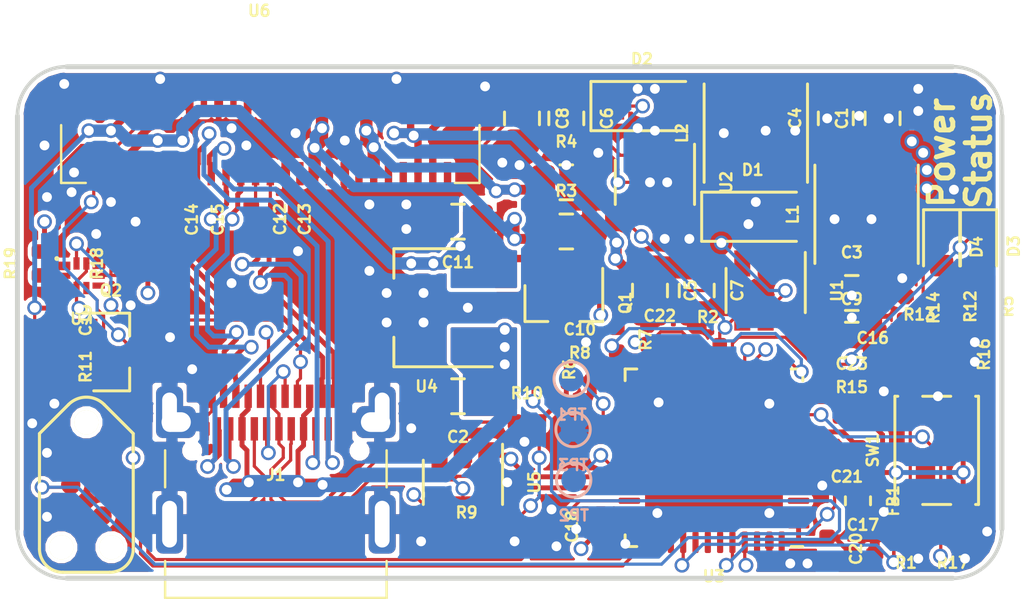
<source format=kicad_pcb>
(kicad_pcb (version 20171130) (host pcbnew 5.0.1)
  (layers (0 F.Cu signal) (1 In1.Cu signal) (2 In2.Cu signal) (31 B.Cu signal) (34 B.Paste user) (35 F.Paste user) (36 B.SilkS user) (37 F.SilkS user) (38 B.Mask user) (39 F.Mask user) (44 Edge.Cuts user))
  (net 0 "")
  (net 1 GND)
  (net 2 L1_P)
  (net 3 L1_N)
  (net 4 +5V)
  (net 5 CC2)
  (net 6 USB_P)
  (net 7 USB_N)
  (net 8 SBU2)
  (net 9 L2_N)
  (net 10 SBU1)
  (net 11 L2_P)
  (net 12 CC1)
  (net 13 +3V3)
  (net 14 SWDIO)
  (net 15 NRST)
  (net 16 SWCLK)
  (net 17 "Net-(P1-Pad6)")
  (net 18 "Net-(U7-Pad1)")
  (net 19 AUX_P)
  (net 20 "Net-(U7-Pad6)")
  (net 21 AUX_N)
  (net 22 SBU_ENABLE)
  (net 23 LEDA2)
  (net 24 LEDA1)
  (net 25 LEDC1)
  (net 26 L3_P)
  (net 27 LEDC2)
  (net 28 L0_N)
  (net 29 HPD)
  (net 30 L0_P)
  (net 31 L3_N)
  (net 32 "Net-(TP2-Pad1)")
  (net 33 "Net-(TP1-Pad1)")
  (net 34 VBUS_SENSE)
  (net 35 RXREF)
  (net 36 _DP_AUX_N)
  (net 37 "Net-(C10-Pad1)")
  (net 38 _DP_AUX_P)
  (net 39 "Net-(Q1-Pad2)")
  (net 40 CC_RX)
  (net 41 STM_HPD)
  (net 42 "Net-(D3-Pad2)")
  (net 43 PWM)
  (net 44 DFU)
  (net 45 CC_TX)
  (net 46 "Net-(D4-Pad2)")
  (net 47 "Net-(D1-Pad2)")
  (net 48 "Net-(D2-Pad2)")
  (net 49 "Net-(U3-Pad2)")
  (net 50 "Net-(U3-Pad3)")
  (net 51 "Net-(U3-Pad4)")
  (net 52 "Net-(U3-Pad5)")
  (net 53 "Net-(U3-Pad6)")
  (net 54 VDDA)
  (net 55 "Net-(U3-Pad13)")
  (net 56 "Net-(D3-Pad1)")
  (net 57 "Net-(U3-Pad19)")
  (net 58 "Net-(U3-Pad20)")
  (net 59 "Net-(U3-Pad21)")
  (net 60 "Net-(U3-Pad22)")
  (net 61 "Net-(U3-Pad25)")
  (net 62 "Net-(U3-Pad26)")
  (net 63 "Net-(U3-Pad27)")
  (net 64 "Net-(U3-Pad28)")
  (net 65 "Net-(U3-Pad29)")
  (net 66 "Net-(U3-Pad38)")
  (net 67 "Net-(U3-Pad39)")
  (net 68 "Net-(U3-Pad41)")
  (net 69 "Net-(U3-Pad42)")
  (net 70 "Net-(U3-Pad43)")
  (net 71 "Net-(U3-Pad46)")
  (net 72 /_L3_N)
  (net 73 /_L3_P)
  (net 74 /_L0_N)
  (net 75 /_L0_P)
  (module Resistor_SMD:R_0805_2012Metric (layer F.Cu) (at 122.3 106.7)
    (fp_text reference R3 (at 0 -1.65) (layer F.SilkS) (effects (font (size 0.45 0.45) (thickness 0.1))))
    (fp_text value 0.8)
    (pad 2 smd roundrect (at 0.9375 0) (size 0.975 1.4) (layers F.Cu F.Paste F.Mask) (net 1 GND))
    (pad 1 smd roundrect (at -0.9375 0) (size 0.975 1.4) (layers F.Cu F.Paste F.Mask) (net 27 LEDC2))
  )
  (module Resistor_SMD:R_0805_2012Metric (layer F.Cu) (at 122.3 104.7)
    (fp_text reference R4 (at 0 -1.65) (layer F.SilkS) (effects (font (size 0.45 0.45) (thickness 0.1))))
    (fp_text value 0.8)
    (pad 1 smd roundrect (at -0.9375 0) (size 0.975 1.4) (layers F.Cu F.Paste F.Mask) (net 25 LEDC1))
    (pad 2 smd roundrect (at 0.9375 0) (size 0.975 1.4) (layers F.Cu F.Paste F.Mask) (net 1 GND))
  )
  (module Resistor_SMD:R_0402_1005Metric (layer F.Cu) (at 120.7 114.45)
    (fp_text reference R10 (at 0 -1.17) (layer F.SilkS) (effects (font (size 0.45 0.45) (thickness 0.1))))
    (fp_text value 0)
    (pad 2 smd roundrect (at 0.485 0) (size 0.59 0.64) (layers F.Cu F.Paste F.Mask) (net 37 "Net-(C10-Pad1)"))
    (pad 1 smd roundrect (at -0.485 0) (size 0.59 0.64) (layers F.Cu F.Paste F.Mask) (net 5 CC2))
  )
  (module Resistor_SMD:R_0402_1005Metric (layer F.Cu) (at 118.25 119.3)
    (fp_text reference R9 (at 0 -1.17) (layer F.SilkS) (effects (font (size 0.45 0.45) (thickness 0.1))))
    (fp_text value 0)
    (pad 1 smd roundrect (at -0.485 0) (size 0.59 0.64) (layers F.Cu F.Paste F.Mask) (net 12 CC1))
    (pad 2 smd roundrect (at 0.485 0) (size 0.59 0.64) (layers F.Cu F.Paste F.Mask) (net 37 "Net-(C10-Pad1)"))
  )
  (module Capacitor_SMD:C_0402_1005Metric (layer F.Cu) (at 123.7 118.7 90)
    (fp_text reference C18 (at 0 -1.17 90) (layer F.SilkS) (effects (font (size 0.45 0.45) (thickness 0.1))))
    (fp_text value 100n)
    (pad 1 smd roundrect (at -0.485 0 90) (size 0.59 0.64) (layers F.Cu F.Paste F.Mask) (net 13 +3V3))
    (pad 2 smd roundrect (at 0.485 0 90) (size 0.59 0.64) (layers F.Cu F.Paste F.Mask) (net 1 GND))
  )
  (module Capacitor_SMD:C_0402_1005Metric (layer F.Cu) (at 134.35 119.8)
    (fp_text reference C17 (at 0 -1.17) (layer F.SilkS) (effects (font (size 0.45 0.45) (thickness 0.1))))
    (fp_text value 100n)
    (pad 2 smd roundrect (at 0.485 0) (size 0.59 0.64) (layers F.Cu F.Paste F.Mask) (net 1 GND))
    (pad 1 smd roundrect (at -0.485 0) (size 0.59 0.64) (layers F.Cu F.Paste F.Mask) (net 13 +3V3))
  )
  (module Capacitor_SMD:C_0402_1005Metric (layer F.Cu) (at 136.65 112.2)
    (fp_text reference C16 (at -1.9 -1.17) (layer F.SilkS) (effects (font (size 0.45 0.45) (thickness 0.1))))
    (fp_text value 100n)
    (pad 1 smd roundrect (at -0.485 0) (size 0.59 0.64) (layers F.Cu F.Paste F.Mask) (net 34 VBUS_SENSE))
    (pad 2 smd roundrect (at 0.485 0) (size 0.59 0.64) (layers F.Cu F.Paste F.Mask) (net 1 GND))
  )
  (module Capacitor_SMD:C_0402_1005Metric (layer F.Cu) (at 106.96538 106.214645 270)
    (fp_text reference C15 (at 0 -1.17 270) (layer F.SilkS) (effects (font (size 0.45 0.45) (thickness 0.1))))
    (fp_text value 100n)
    (pad 2 smd roundrect (at 0.485 0 270) (size 0.59 0.64) (layers F.Cu F.Paste F.Mask) (net 75 /_L0_P))
    (pad 1 smd roundrect (at -0.485 0 270) (size 0.59 0.64) (layers F.Cu F.Paste F.Mask) (net 30 L0_P))
  )
  (module Capacitor_SMD:C_0402_1005Metric (layer F.Cu) (at 110.5 106.2 270)
    (fp_text reference C13 (at 0 -1.17 270) (layer F.SilkS) (effects (font (size 0.45 0.45) (thickness 0.1))))
    (fp_text value 100n)
    (pad 1 smd roundrect (at -0.485 0 270) (size 0.59 0.64) (layers F.Cu F.Paste F.Mask) (net 26 L3_P))
    (pad 2 smd roundrect (at 0.485 0 270) (size 0.59 0.64) (layers F.Cu F.Paste F.Mask) (net 73 /_L3_P))
  )
  (module Capacitor_SMD:C_0402_1005Metric (layer F.Cu) (at 109.5 106.2 270)
    (fp_text reference C12 (at 0 -1.17 270) (layer F.SilkS) (effects (font (size 0.45 0.45) (thickness 0.1))))
    (fp_text value 100n)
    (pad 2 smd roundrect (at 0.485 0 270) (size 0.59 0.64) (layers F.Cu F.Paste F.Mask) (net 72 /_L3_N))
    (pad 1 smd roundrect (at -0.485 0 270) (size 0.59 0.64) (layers F.Cu F.Paste F.Mask) (net 31 L3_N))
  )
  (module Capacitor_SMD:C_0402_1005Metric (layer F.Cu) (at 101.6 110.3 270)
    (fp_text reference C19 (at 0 -1.17 270) (layer F.SilkS) (effects (font (size 0.45 0.45) (thickness 0.1))))
    (fp_text value 100n)
    (pad 1 smd roundrect (at -0.485 0 270) (size 0.59 0.64) (layers F.Cu F.Paste F.Mask) (net 13 +3V3))
    (pad 2 smd roundrect (at 0.485 0 270) (size 0.59 0.64) (layers F.Cu F.Paste F.Mask) (net 1 GND))
  )
  (module Capacitor_SMD:C_0402_1005Metric (layer F.Cu) (at 122.85 111.85)
    (fp_text reference C10 (at 0 -1.17) (layer F.SilkS) (effects (font (size 0.45 0.45) (thickness 0.1))))
    (fp_text value 820p)
    (pad 2 smd roundrect (at 0.485 0) (size 0.59 0.64) (layers F.Cu F.Paste F.Mask) (net 1 GND))
    (pad 1 smd roundrect (at -0.485 0) (size 0.59 0.64) (layers F.Cu F.Paste F.Mask) (net 37 "Net-(C10-Pad1)"))
  )
  (module Capacitor_SMD:C_0402_1005Metric (layer F.Cu) (at 132.9 119.6 270)
    (fp_text reference C20 (at 0 -1.17 270) (layer F.SilkS) (effects (font (size 0.45 0.45) (thickness 0.1))))
    (fp_text value 100n)
    (pad 1 smd roundrect (at -0.485 0 270) (size 0.59 0.64) (layers F.Cu F.Paste F.Mask) (net 13 +3V3))
    (pad 2 smd roundrect (at 0.485 0 270) (size 0.59 0.64) (layers F.Cu F.Paste F.Mask) (net 1 GND))
  )
  (module Capacitor_SMD:C_0402_1005Metric (layer F.Cu) (at 133.7 115.5 180)
    (fp_text reference C21 (at 0 -1.17 180) (layer F.SilkS) (effects (font (size 0.45 0.45) (thickness 0.1))))
    (fp_text value 100n)
    (pad 2 smd roundrect (at 0.485 0 180) (size 0.59 0.64) (layers F.Cu F.Paste F.Mask) (net 1 GND))
    (pad 1 smd roundrect (at -0.485 0 180) (size 0.59 0.64) (layers F.Cu F.Paste F.Mask) (net 54 VDDA))
  )
  (module Capacitor_SMD:C_0402_1005Metric (layer F.Cu) (at 126.1 111.3)
    (fp_text reference C22 (at 0 -1.17) (layer F.SilkS) (effects (font (size 0.45 0.45) (thickness 0.1))))
    (fp_text value 100n)
    (pad 1 smd roundrect (at -0.485 0) (size 0.59 0.64) (layers F.Cu F.Paste F.Mask) (net 13 +3V3))
    (pad 2 smd roundrect (at 0.485 0) (size 0.59 0.64) (layers F.Cu F.Paste F.Mask) (net 1 GND))
  )
  (module Capacitor_SMD:C_0402_1005Metric (layer F.Cu) (at 133.9 113.25)
    (fp_text reference C23 (at 0 -1.17) (layer F.SilkS) (effects (font (size 0.45 0.45) (thickness 0.1))))
    (fp_text value 220n)
    (pad 2 smd roundrect (at 0.485 0) (size 0.59 0.64) (layers F.Cu F.Paste F.Mask) (net 1 GND))
    (pad 1 smd roundrect (at -0.485 0) (size 0.59 0.64) (layers F.Cu F.Paste F.Mask) (net 35 RXREF))
  )
  (module Capacitor_SMD:C_0402_1005Metric (layer F.Cu) (at 105.91538 106.214645 270)
    (fp_text reference C14 (at 0 -1.17 270) (layer F.SilkS) (effects (font (size 0.45 0.45) (thickness 0.1))))
    (fp_text value 100n)
    (pad 1 smd roundrect (at -0.485 0 270) (size 0.59 0.64) (layers F.Cu F.Paste F.Mask) (net 28 L0_N))
    (pad 2 smd roundrect (at 0.485 0 270) (size 0.59 0.64) (layers F.Cu F.Paste F.Mask) (net 74 /_L0_N))
  )
  (module Inductor_SMD:L_0603_1608Metric (layer F.Cu) (at 134.15 117.65 270)
    (fp_text reference FB1 (at 0 -1.43 270) (layer F.SilkS) (effects (font (size 0.45 0.45) (thickness 0.1))))
    (fp_text value FERRET)
    (pad 1 smd roundrect (at -0.7875 0 270) (size 0.875 0.95) (layers F.Cu F.Paste F.Mask) (net 54 VDDA))
    (pad 2 smd roundrect (at 0.7875 0 270) (size 0.875 0.95) (layers F.Cu F.Paste F.Mask) (net 13 +3V3))
  )
  (module Resistor_SMD:R_0402_1005Metric (layer F.Cu) (at 124.35 111.1 270)
    (fp_text reference R7 (at 0 -1.17 270) (layer F.SilkS) (effects (font (size 0.45 0.45) (thickness 0.1))))
    (fp_text value 75)
    (pad 1 smd roundrect (at -0.485 0 270) (size 0.59 0.64) (layers F.Cu F.Paste F.Mask) (net 39 "Net-(Q1-Pad2)"))
    (pad 2 smd roundrect (at 0.485 0 270) (size 0.59 0.64) (layers F.Cu F.Paste F.Mask) (net 40 CC_RX))
  )
  (module Resistor_SMD:R_0402_1005Metric (layer F.Cu) (at 136.1 119 180)
    (fp_text reference R1 (at 0 -1.17 180) (layer F.SilkS) (effects (font (size 0.45 0.45) (thickness 0.1))))
    (fp_text value 5k1)
    (pad 2 smd roundrect (at 0.485 0 180) (size 0.59 0.64) (layers F.Cu F.Paste F.Mask) (net 44 DFU))
    (pad 1 smd roundrect (at -0.485 0 180) (size 0.59 0.64) (layers F.Cu F.Paste F.Mask) (net 1 GND))
  )
  (module Resistor_SMD:R_0402_1005Metric (layer F.Cu) (at 128.05 111.35)
    (fp_text reference R2 (at 0 -1.17) (layer F.SilkS) (effects (font (size 0.45 0.45) (thickness 0.1))))
    (fp_text value 5k1)
    (pad 1 smd roundrect (at -0.485 0) (size 0.59 0.64) (layers F.Cu F.Paste F.Mask) (net 13 +3V3))
    (pad 2 smd roundrect (at 0.485 0) (size 0.59 0.64) (layers F.Cu F.Paste F.Mask) (net 43 PWM))
  )
  (module Resistor_SMD:R_0402_1005Metric (layer F.Cu) (at 139.05 109.75 270)
    (fp_text reference R5 (at 0 -1.17 270) (layer F.SilkS) (effects (font (size 0.45 0.45) (thickness 0.1))))
    (fp_text value 1k)
    (pad 2 smd roundrect (at 0.485 0 270) (size 0.59 0.64) (layers F.Cu F.Paste F.Mask) (net 13 +3V3))
    (pad 1 smd roundrect (at -0.485 0 270) (size 0.59 0.64) (layers F.Cu F.Paste F.Mask) (net 42 "Net-(D3-Pad2)"))
  )
  (module Resistor_SMD:R_0402_1005Metric (layer F.Cu) (at 101.6 112.2 270)
    (fp_text reference R11 (at 0 -1.17 270) (layer F.SilkS) (effects (font (size 0.45 0.45) (thickness 0.1))))
    (fp_text value 1M)
    (pad 1 smd roundrect (at -0.485 0 270) (size 0.59 0.64) (layers F.Cu F.Paste F.Mask) (net 1 GND))
    (pad 2 smd roundrect (at 0.485 0 270) (size 0.59 0.64) (layers F.Cu F.Paste F.Mask) (net 41 STM_HPD))
  )
  (module Resistor_SMD:R_0402_1005Metric (layer F.Cu) (at 121.25 112.3 270)
    (fp_text reference R6 (at 0 -1.17 270) (layer F.SilkS) (effects (font (size 0.45 0.45) (thickness 0.1))))
    (fp_text value 169)
    (pad 2 smd roundrect (at 0.485 0 270) (size 0.59 0.64) (layers F.Cu F.Paste F.Mask) (net 45 CC_TX))
    (pad 1 smd roundrect (at -0.485 0 270) (size 0.59 0.64) (layers F.Cu F.Paste F.Mask) (net 39 "Net-(Q1-Pad2)"))
  )
  (module Resistor_SMD:R_0402_1005Metric (layer F.Cu) (at 137.55 109.75 270)
    (fp_text reference R12 (at 0 -1.17 270) (layer F.SilkS) (effects (font (size 0.45 0.45) (thickness 0.1))))
    (fp_text value 1k)
    (pad 1 smd roundrect (at -0.485 0 270) (size 0.59 0.64) (layers F.Cu F.Paste F.Mask) (net 46 "Net-(D4-Pad2)"))
    (pad 2 smd roundrect (at 0.485 0 270) (size 0.59 0.64) (layers F.Cu F.Paste F.Mask) (net 13 +3V3))
  )
  (module Resistor_SMD:R_0402_1005Metric (layer F.Cu) (at 100.9 108 90)
    (fp_text reference R19 (at 0 -1.17 90) (layer F.SilkS) (effects (font (size 0.45 0.45) (thickness 0.1))))
    (fp_text value 0)
    (pad 2 smd roundrect (at 0.485 0 90) (size 0.59 0.64) (layers F.Cu F.Paste F.Mask) (net 38 _DP_AUX_P))
    (pad 1 smd roundrect (at -0.485 0 90) (size 0.59 0.64) (layers F.Cu F.Paste F.Mask) (net 19 AUX_P))
  )
  (module Resistor_SMD:R_0402_1005Metric (layer F.Cu) (at 122.85 112.8)
    (fp_text reference R8 (at 0 -1.17) (layer F.SilkS) (effects (font (size 0.45 0.45) (thickness 0.1))))
    (fp_text value 5k1)
    (pad 1 smd roundrect (at -0.485 0) (size 0.59 0.64) (layers F.Cu F.Paste F.Mask) (net 37 "Net-(C10-Pad1)"))
    (pad 2 smd roundrect (at 0.485 0) (size 0.59 0.64) (layers F.Cu F.Paste F.Mask) (net 1 GND))
  )
  (module Resistor_SMD:R_0402_1005Metric (layer F.Cu) (at 136.05 109.8 270)
    (fp_text reference R14 (at 0 -1.17 270) (layer F.SilkS) (effects (font (size 0.45 0.45) (thickness 0.1))))
    (fp_text value 1k5)
    (pad 2 smd roundrect (at 0.485 0 270) (size 0.59 0.64) (layers F.Cu F.Paste F.Mask) (net 34 VBUS_SENSE))
    (pad 1 smd roundrect (at -0.485 0 270) (size 0.59 0.64) (layers F.Cu F.Paste F.Mask) (net 1 GND))
  )
  (module Resistor_SMD:R_0402_1005Metric (layer F.Cu) (at 104.4 108 90)
    (fp_text reference R18 (at 0 -1.17 90) (layer F.SilkS) (effects (font (size 0.45 0.45) (thickness 0.1))))
    (fp_text value 0)
    (pad 1 smd roundrect (at -0.485 0 90) (size 0.59 0.64) (layers F.Cu F.Paste F.Mask) (net 21 AUX_N))
    (pad 2 smd roundrect (at 0.485 0 90) (size 0.59 0.64) (layers F.Cu F.Paste F.Mask) (net 36 _DP_AUX_N))
  )
  (module Resistor_SMD:R_0402_1005Metric (layer F.Cu) (at 133.9 114.2)
    (fp_text reference R15 (at 0 -1.17) (layer F.SilkS) (effects (font (size 0.45 0.45) (thickness 0.1))))
    (fp_text value 24k)
    (pad 2 smd roundrect (at 0.485 0) (size 0.59 0.64) (layers F.Cu F.Paste F.Mask) (net 13 +3V3))
    (pad 1 smd roundrect (at -0.485 0) (size 0.59 0.64) (layers F.Cu F.Paste F.Mask) (net 35 RXREF))
  )
  (module Resistor_SMD:R_0402_1005Metric (layer F.Cu) (at 138.1 111.7 270)
    (fp_text reference R16 (at 0 -1.17 270) (layer F.SilkS) (effects (font (size 0.45 0.45) (thickness 0.1))))
    (fp_text value 4k7)
    (pad 1 smd roundrect (at -0.485 0 270) (size 0.59 0.64) (layers F.Cu F.Paste F.Mask) (net 1 GND))
    (pad 2 smd roundrect (at 0.485 0 270) (size 0.59 0.64) (layers F.Cu F.Paste F.Mask) (net 35 RXREF))
  )
  (module Resistor_SMD:R_0402_1005Metric (layer F.Cu) (at 138 119 180)
    (fp_text reference R17 (at 0 -1.17 180) (layer F.SilkS) (effects (font (size 0.45 0.45) (thickness 0.1))))
    (fp_text value 24k)
    (pad 2 smd roundrect (at 0.485 0 180) (size 0.59 0.64) (layers F.Cu F.Paste F.Mask) (net 22 SBU_ENABLE))
    (pad 1 smd roundrect (at -0.485 0 180) (size 0.59 0.64) (layers F.Cu F.Paste F.Mask) (net 1 GND))
  )
  (module Resistor_SMD:R_0402_1005Metric (layer F.Cu) (at 136.65 111.25)
    (fp_text reference R13 (at 0 -1.17) (layer F.SilkS) (effects (font (size 0.45 0.45) (thickness 0.1))))
    (fp_text value 8k2)
    (pad 1 smd roundrect (at -0.485 0) (size 0.59 0.64) (layers F.Cu F.Paste F.Mask) (net 34 VBUS_SENSE))
    (pad 2 smd roundrect (at 0.485 0) (size 0.59 0.64) (layers F.Cu F.Paste F.Mask) (net 4 +5V))
  )
  (module Package_TO_SOT_SMD:SOT-89-3 (layer F.Cu) (at 117.073799 109.8 180)
    (fp_text reference U4 (at 0.45 -3.2 180) (layer F.SilkS) (effects (font (size 0.45 0.45) (thickness 0.1))))
    (fp_text value AP2204R-3.3)
    (pad 2 smd trapezoid (at 2.667 0 90) (size 1.6 0.85) (rect_delta 0 0.6) (layers F.Cu F.Paste F.Mask) (net 1 GND))
    (pad 1 smd rect (at -1.48 -1.5 90) (size 1 1.5) (layers F.Cu F.Paste F.Mask) (net 4 +5V))
    (pad 2 smd rect (at -1.3335 0 90) (size 1 1.8) (layers F.Cu F.Paste F.Mask) (net 1 GND))
    (pad 3 smd rect (at -1.48 1.5 90) (size 1 1.5) (layers F.Cu F.Paste F.Mask) (net 13 +3V3))
    (pad 2 smd rect (at 1.3335 0 90) (size 2.2 1.84) (layers F.Cu F.Paste F.Mask) (net 1 GND))
    (pad 2 smd trapezoid (at -0.0762 0 270) (size 1.5 1) (rect_delta 0 0.7) (layers F.Cu F.Paste F.Mask) (net 1 GND))
  )
  (module Button_Switch_SMD:SW_SPST_PTS810 (layer F.Cu) (at 137.35 115.6 90)
    (fp_text reference SW1 (at 0 -2.6 90) (layer F.SilkS) (effects (font (size 0.45 0.45) (thickness 0.1))))
    (fp_text value DFU)
    (pad 1 smd rect (at -2.075 -1.075 90) (size 1.05 0.65) (layers F.Cu F.Paste F.Mask) (net 44 DFU))
    (pad 1 smd rect (at 2.075 -1.075 90) (size 1.05 0.65) (layers F.Cu F.Paste F.Mask) (net 44 DFU))
    (pad 2 smd rect (at -2.075 1.075 90) (size 1.05 0.65) (layers F.Cu F.Paste F.Mask) (net 13 +3V3))
    (pad 2 smd rect (at 2.075 1.075 90) (size 1.05 0.65) (layers F.Cu F.Paste F.Mask) (net 13 +3V3))
  )
  (module Capacitor_SMD:C_0805_2012Metric (layer F.Cu) (at 122.3 102.1 270)
    (fp_text reference C6 (at 0 -1.65 270) (layer F.SilkS) (effects (font (size 0.45 0.45) (thickness 0.1))))
    (fp_text value 2.2uF)
    (pad 2 smd roundrect (at 0.9375 0 270) (size 0.975 1.4) (layers F.Cu F.Paste F.Mask) (net 1 GND))
    (pad 1 smd roundrect (at -0.9375 0 270) (size 0.975 1.4) (layers F.Cu F.Paste F.Mask) (net 24 LEDA1))
  )
  (module Capacitor_SMD:C_0805_2012Metric (layer F.Cu) (at 135.15 102.099999 90)
    (fp_text reference C1 (at 0 -1.65 90) (layer F.SilkS) (effects (font (size 0.45 0.45) (thickness 0.1))))
    (fp_text value 2.2uF)
    (pad 1 smd roundrect (at -0.9375 0 90) (size 0.975 1.4) (layers F.Cu F.Paste F.Mask) (net 4 +5V))
    (pad 2 smd roundrect (at 0.9375 0 90) (size 0.975 1.4) (layers F.Cu F.Paste F.Mask) (net 1 GND))
  )
  (module Capacitor_SMD:C_0805_2012Metric (layer F.Cu) (at 133.25 102.099999 90)
    (fp_text reference C4 (at 0 -1.65 90) (layer F.SilkS) (effects (font (size 0.45 0.45) (thickness 0.1))))
    (fp_text value 2.2uF)
    (pad 2 smd roundrect (at 0.9375 0 90) (size 0.975 1.4) (layers F.Cu F.Paste F.Mask) (net 1 GND))
    (pad 1 smd roundrect (at -0.9375 0 90) (size 0.975 1.4) (layers F.Cu F.Paste F.Mask) (net 4 +5V))
  )
  (module Capacitor_SMD:C_0805_2012Metric (layer F.Cu) (at 133.9 109.2)
    (fp_text reference C3 (at 0 -1.65) (layer F.SilkS) (effects (font (size 0.45 0.45) (thickness 0.1))))
    (fp_text value 2.2uF)
    (pad 1 smd roundrect (at -0.9375 0) (size 0.975 1.4) (layers F.Cu F.Paste F.Mask) (net 4 +5V))
    (pad 2 smd roundrect (at 0.9375 0) (size 0.975 1.4) (layers F.Cu F.Paste F.Mask) (net 1 GND))
  )
  (module Capacitor_SMD:C_0805_2012Metric (layer F.Cu) (at 125.7 109.1 270)
    (fp_text reference C5 (at 0 -1.65 270) (layer F.SilkS) (effects (font (size 0.45 0.45) (thickness 0.1))))
    (fp_text value 2.2uF)
    (pad 2 smd roundrect (at 0.9375 0 270) (size 0.975 1.4) (layers F.Cu F.Paste F.Mask) (net 1 GND))
    (pad 1 smd roundrect (at -0.9375 0 270) (size 0.975 1.4) (layers F.Cu F.Paste F.Mask) (net 23 LEDA2))
  )
  (module Capacitor_SMD:C_0805_2012Metric (layer F.Cu) (at 127.6 109.1 270)
    (fp_text reference C7 (at 0 -1.65 270) (layer F.SilkS) (effects (font (size 0.45 0.45) (thickness 0.1))))
    (fp_text value 2.2uF)
    (pad 1 smd roundrect (at -0.9375 0 270) (size 0.975 1.4) (layers F.Cu F.Paste F.Mask) (net 23 LEDA2))
    (pad 2 smd roundrect (at 0.9375 0 270) (size 0.975 1.4) (layers F.Cu F.Paste F.Mask) (net 1 GND))
  )
  (module Capacitor_SMD:C_0805_2012Metric (layer F.Cu) (at 120.5 102.1 270)
    (fp_text reference C8 (at 0 -1.65 270) (layer F.SilkS) (effects (font (size 0.45 0.45) (thickness 0.1))))
    (fp_text value 2.2uF)
    (pad 2 smd roundrect (at 0.9375 0 270) (size 0.975 1.4) (layers F.Cu F.Paste F.Mask) (net 1 GND))
    (pad 1 smd roundrect (at -0.9375 0 270) (size 0.975 1.4) (layers F.Cu F.Paste F.Mask) (net 24 LEDA1))
  )
  (module Capacitor_SMD:C_0805_2012Metric (layer F.Cu) (at 133.9 111.1)
    (fp_text reference C9 (at 0 -1.65) (layer F.SilkS) (effects (font (size 0.45 0.45) (thickness 0.1))))
    (fp_text value 2.2uF)
    (pad 1 smd roundrect (at -0.9375 0) (size 0.975 1.4) (layers F.Cu F.Paste F.Mask) (net 4 +5V))
    (pad 2 smd roundrect (at 0.9375 0) (size 0.975 1.4) (layers F.Cu F.Paste F.Mask) (net 1 GND))
  )
  (module Capacitor_SMD:C_0805_2012Metric (layer F.Cu) (at 117.9 113.4 180)
    (fp_text reference C2 (at 0 -1.65 180) (layer F.SilkS) (effects (font (size 0.45 0.45) (thickness 0.1))))
    (fp_text value 2.2uF)
    (pad 2 smd roundrect (at 0.9375 0 180) (size 0.975 1.4) (layers F.Cu F.Paste F.Mask) (net 1 GND))
    (pad 1 smd roundrect (at -0.9375 0 180) (size 0.975 1.4) (layers F.Cu F.Paste F.Mask) (net 4 +5V))
  )
  (module Capacitor_SMD:C_0805_2012Metric (layer F.Cu) (at 117.9 106.3 180)
    (fp_text reference C11 (at 0 -1.65 180) (layer F.SilkS) (effects (font (size 0.45 0.45) (thickness 0.1))))
    (fp_text value 2.2uF)
    (pad 1 smd roundrect (at -0.9375 0 180) (size 0.975 1.4) (layers F.Cu F.Paste F.Mask) (net 13 +3V3))
    (pad 2 smd roundrect (at 0.9375 0 180) (size 0.975 1.4) (layers F.Cu F.Paste F.Mask) (net 1 GND))
  )
  (module Diode_SMD:D_SOD-123F (layer F.Cu) (at 125.5 101.6)
    (fp_text reference D2 (at -0.127 -1.905) (layer F.SilkS) (effects (font (size 0.45 0.45) (thickness 0.1))))
    (fp_text value SM4007PL)
    (pad 2 smd rect (at 1.4 0) (size 1.1 1.1) (layers F.Cu F.Paste F.Mask) (net 48 "Net-(D2-Pad2)"))
    (pad 1 smd rect (at -1.4 0) (size 1.1 1.1) (layers F.Cu F.Paste F.Mask) (net 24 LEDA1))
  )
  (module Diode_SMD:D_SOD-123F (layer F.Cu) (at 130 106.1)
    (fp_text reference D1 (at -0.127 -1.905) (layer F.SilkS) (effects (font (size 0.45 0.45) (thickness 0.1))))
    (fp_text value SM4007PL)
    (pad 1 smd rect (at -1.4 0) (size 1.1 1.1) (layers F.Cu F.Paste F.Mask) (net 23 LEDA2))
    (pad 2 smd rect (at 1.4 0) (size 1.1 1.1) (layers F.Cu F.Paste F.Mask) (net 47 "Net-(D1-Pad2)"))
  )
  (module Inductor_SMD:L_Taiyo-Yuden_MD-4040 (layer F.Cu) (at 134.5 106 90)
    (fp_text reference L1 (at 0 -3 90) (layer F.SilkS) (effects (font (size 0.45 0.45) (thickness 0.1))))
    (fp_text value 22uH)
    (pad 2 smd rect (at 1.4 0 90) (size 1.2 3.7) (layers F.Cu F.Paste F.Mask) (net 47 "Net-(D1-Pad2)"))
    (pad 1 smd rect (at -1.4 0 90) (size 1.2 3.7) (layers F.Cu F.Paste F.Mask) (net 4 +5V))
  )
  (module Inductor_SMD:L_Taiyo-Yuden_MD-4040 (layer F.Cu) (at 130 102.7 90)
    (fp_text reference L2 (at 0 -3 90) (layer F.SilkS) (effects (font (size 0.45 0.45) (thickness 0.1))))
    (fp_text value 22uH)
    (pad 1 smd rect (at -1.4 0 90) (size 1.2 3.7) (layers F.Cu F.Paste F.Mask) (net 4 +5V))
    (pad 2 smd rect (at 1.4 0 90) (size 1.2 3.7) (layers F.Cu F.Paste F.Mask) (net 48 "Net-(D2-Pad2)"))
  )
  (module LED_SMD:LED_0603_1608Metric (layer F.Cu) (at 137.55 107.3 270)
    (fp_text reference D4 (at 0.029997 -1.419999 90) (layer F.SilkS) (effects (font (size 0.45 0.45) (thickness 0.1))))
    (fp_text value LED)
    (pad 2 smd roundrect (at 0.7875 0 270) (size 0.875 0.95) (layers F.Cu F.Paste F.Mask) (net 46 "Net-(D4-Pad2)"))
    (pad 1 smd roundrect (at -0.7875 0 270) (size 0.875 0.95) (layers F.Cu F.Paste F.Mask) (net 1 GND))
  )
  (module LED_SMD:LED_0603_1608Metric (layer F.Cu) (at 139.05 107.3 270)
    (fp_text reference D3 (at 0 -1.43 270) (layer F.SilkS) (effects (font (size 0.45 0.45) (thickness 0.1))))
    (fp_text value LED)
    (pad 1 smd roundrect (at -0.7875 0 270) (size 0.875 0.95) (layers F.Cu F.Paste F.Mask) (net 56 "Net-(D3-Pad1)"))
    (pad 2 smd roundrect (at 0.7875 0 270) (size 0.875 0.95) (layers F.Cu F.Paste F.Mask) (net 42 "Net-(D3-Pad2)"))
  )
  (module Package_DFN_QFN:QFN-48-1EP_7x7mm_P0.5mm_EP5.6x5.6mm (layer F.Cu) (at 128.3 115.9 180)
    (fp_text reference U3 (at 0 -4.82 180) (layer F.SilkS) (effects (font (size 0.45 0.45) (thickness 0.1))))
    (fp_text value STM32F072CBUx)
    (pad 49 smd roundrect (at 0 0 180) (size 5.6 5.6) (layers F.Cu F.Mask) (roundrect_rratio 0.044643) (net 1 GND))
    (pad 1 smd roundrect (at -3.4375 -2.75 180) (size 0.875 0.25) (layers F.Cu F.Paste F.Mask) (net 13 +3V3))
    (pad 2 smd roundrect (at -3.4375 -2.25 180) (size 0.875 0.25) (layers F.Cu F.Paste F.Mask) (net 49 "Net-(U3-Pad2)"))
    (pad 3 smd roundrect (at -3.4375 -1.75 180) (size 0.875 0.25) (layers F.Cu F.Paste F.Mask) (net 50 "Net-(U3-Pad3)"))
    (pad 4 smd roundrect (at -3.4375 -1.25 180) (size 0.875 0.25) (layers F.Cu F.Paste F.Mask) (net 51 "Net-(U3-Pad4)"))
    (pad 5 smd roundrect (at -3.4375 -0.75 180) (size 0.875 0.25) (layers F.Cu F.Paste F.Mask) (net 52 "Net-(U3-Pad5)"))
    (pad 6 smd roundrect (at -3.4375 -0.25 180) (size 0.875 0.25) (layers F.Cu F.Paste F.Mask) (net 53 "Net-(U3-Pad6)"))
    (pad 7 smd roundrect (at -3.4375 0.25 180) (size 0.875 0.25) (layers F.Cu F.Paste F.Mask) (net 15 NRST))
    (pad 8 smd roundrect (at -3.4375 0.75 180) (size 0.875 0.25) (layers F.Cu F.Paste F.Mask) (net 1 GND))
    (pad 9 smd roundrect (at -3.4375 1.25 180) (size 0.875 0.25) (layers F.Cu F.Paste F.Mask) (net 54 VDDA))
    (pad 10 smd roundrect (at -3.4375 1.75 180) (size 0.875 0.25) (layers F.Cu F.Paste F.Mask) (net 22 SBU_ENABLE))
    (pad 11 smd roundrect (at -3.4375 2.25 180) (size 0.875 0.25) (layers F.Cu F.Paste F.Mask) (net 35 RXREF))
    (pad 12 smd roundrect (at -3.4375 2.75 180) (size 0.875 0.25) (layers F.Cu F.Paste F.Mask) (net 34 VBUS_SENSE))
    (pad 13 smd roundrect (at -2.75 3.4375 180) (size 0.25 0.875) (layers F.Cu F.Paste F.Mask) (net 55 "Net-(U3-Pad13)"))
    (pad 14 smd roundrect (at -2.25 3.4375 180) (size 0.25 0.875) (layers F.Cu F.Paste F.Mask) (net 40 CC_RX))
    (pad 15 smd roundrect (at -1.75 3.4375 180) (size 0.25 0.875) (layers F.Cu F.Paste F.Mask) (net 36 _DP_AUX_N))
    (pad 16 smd roundrect (at -1.25 3.4375 180) (size 0.25 0.875) (layers F.Cu F.Paste F.Mask) (net 38 _DP_AUX_P))
    (pad 17 smd roundrect (at -0.75 3.4375 180) (size 0.25 0.875) (layers F.Cu F.Paste F.Mask) (net 56 "Net-(D3-Pad1)"))
    (pad 18 smd roundrect (at -0.25 3.4375 180) (size 0.25 0.875) (layers F.Cu F.Paste F.Mask) (net 43 PWM))
    (pad 19 smd roundrect (at 0.25 3.4375 180) (size 0.25 0.875) (layers F.Cu F.Paste F.Mask) (net 57 "Net-(U3-Pad19)"))
    (pad 20 smd roundrect (at 0.75 3.4375 180) (size 0.25 0.875) (layers F.Cu F.Paste F.Mask) (net 58 "Net-(U3-Pad20)"))
    (pad 21 smd roundrect (at 1.25 3.4375 180) (size 0.25 0.875) (layers F.Cu F.Paste F.Mask) (net 59 "Net-(U3-Pad21)"))
    (pad 22 smd roundrect (at 1.75 3.4375 180) (size 0.25 0.875) (layers F.Cu F.Paste F.Mask) (net 60 "Net-(U3-Pad22)"))
    (pad 23 smd roundrect (at 2.25 3.4375 180) (size 0.25 0.875) (layers F.Cu F.Paste F.Mask) (net 1 GND))
    (pad 24 smd roundrect (at 2.75 3.4375 180) (size 0.25 0.875) (layers F.Cu F.Paste F.Mask) (net 13 +3V3))
    (pad 25 smd roundrect (at 3.4375 2.75 180) (size 0.875 0.25) (layers F.Cu F.Paste F.Mask) (net 61 "Net-(U3-Pad25)"))
    (pad 26 smd roundrect (at 3.4375 2.25 180) (size 0.875 0.25) (layers F.Cu F.Paste F.Mask) (net 62 "Net-(U3-Pad26)"))
    (pad 27 smd roundrect (at 3.4375 1.75 180) (size 0.875 0.25) (layers F.Cu F.Paste F.Mask) (net 63 "Net-(U3-Pad27)"))
    (pad 28 smd roundrect (at 3.4375 1.25 180) (size 0.875 0.25) (layers F.Cu F.Paste F.Mask) (net 64 "Net-(U3-Pad28)"))
    (pad 29 smd roundrect (at 3.4375 0.75 180) (size 0.875 0.25) (layers F.Cu F.Paste F.Mask) (net 65 "Net-(U3-Pad29)"))
    (pad 30 smd roundrect (at 3.4375 0.25 180) (size 0.875 0.25) (layers F.Cu F.Paste F.Mask) (net 33 "Net-(TP1-Pad1)"))
    (pad 31 smd roundrect (at 3.4375 -0.25 180) (size 0.875 0.25) (layers F.Cu F.Paste F.Mask) (net 32 "Net-(TP2-Pad1)"))
    (pad 32 smd roundrect (at 3.4375 -0.75 180) (size 0.875 0.25) (layers F.Cu F.Paste F.Mask) (net 7 USB_N))
    (pad 33 smd roundrect (at 3.4375 -1.25 180) (size 0.875 0.25) (layers F.Cu F.Paste F.Mask) (net 6 USB_P))
    (pad 34 smd roundrect (at 3.4375 -1.75 180) (size 0.875 0.25) (layers F.Cu F.Paste F.Mask) (net 14 SWDIO))
    (pad 35 smd roundrect (at 3.4375 -2.25 180) (size 0.875 0.25) (layers F.Cu F.Paste F.Mask) (net 1 GND))
    (pad 36 smd roundrect (at 3.4375 -2.75 180) (size 0.875 0.25) (layers F.Cu F.Paste F.Mask) (net 13 +3V3))
    (pad 37 smd roundrect (at 2.75 -3.4375 180) (size 0.25 0.875) (layers F.Cu F.Paste F.Mask) (net 16 SWCLK))
    (pad 38 smd roundrect (at 2.25 -3.4375 180) (size 0.25 0.875) (layers F.Cu F.Paste F.Mask) (net 66 "Net-(U3-Pad38)"))
    (pad 39 smd roundrect (at 1.75 -3.4375 180) (size 0.25 0.875) (layers F.Cu F.Paste F.Mask) (net 67 "Net-(U3-Pad39)"))
    (pad 40 smd roundrect (at 1.25 -3.4375 180) (size 0.25 0.875) (layers F.Cu F.Paste F.Mask) (net 45 CC_TX))
    (pad 41 smd roundrect (at 0.75 -3.4375 180) (size 0.25 0.875) (layers F.Cu F.Paste F.Mask) (net 68 "Net-(U3-Pad41)"))
    (pad 42 smd roundrect (at 0.25 -3.4375 180) (size 0.25 0.875) (layers F.Cu F.Paste F.Mask) (net 69 "Net-(U3-Pad42)"))
    (pad 43 smd roundrect (at -0.25 -3.4375 180) (size 0.25 0.875) (layers F.Cu F.Paste F.Mask) (net 70 "Net-(U3-Pad43)"))
    (pad 44 smd roundrect (at -0.75 -3.4375 180) (size 0.25 0.875) (layers F.Cu F.Paste F.Mask) (net 44 DFU))
    (pad 45 smd roundrect (at -1.25 -3.4375 180) (size 0.25 0.875) (layers F.Cu F.Paste F.Mask) (net 41 STM_HPD))
    (pad 46 smd roundrect (at -1.75 -3.4375 180) (size 0.25 0.875) (layers F.Cu F.Paste F.Mask) (net 71 "Net-(U3-Pad46)"))
    (pad 47 smd roundrect (at -2.25 -3.4375 180) (size 0.25 0.875) (layers F.Cu F.Paste F.Mask) (net 1 GND))
    (pad 48 smd roundrect (at -2.75 -3.4375 180) (size 0.25 0.875) (layers F.Cu F.Paste F.Mask) (net 13 +3V3))
  )
  (module Package_TO_SOT_SMD:SOT-23 (layer F.Cu) (at 103.8 111.6)
    (fp_text reference Q2 (at 0 -2.5) (layer F.SilkS) (effects (font (size 0.45 0.45) (thickness 0.1))))
    (fp_text value 2N7002)
    (pad 3 smd rect (at 1 0) (size 0.9 0.8) (layers F.Cu F.Paste F.Mask) (net 29 HPD))
    (pad 2 smd rect (at -1 0.95) (size 0.9 0.8) (layers F.Cu F.Paste F.Mask) (net 41 STM_HPD))
    (pad 1 smd rect (at -1 -0.95) (size 0.9 0.8) (layers F.Cu F.Paste F.Mask) (net 13 +3V3))
  )
  (module Package_TO_SOT_SMD:SOT-23 (layer F.Cu) (at 122.2 109.6 270)
    (fp_text reference Q1 (at 0 -2.5 270) (layer F.SilkS) (effects (font (size 0.45 0.45) (thickness 0.1))))
    (fp_text value 2N7002)
    (pad 1 smd rect (at -1 -0.95 270) (size 0.9 0.8) (layers F.Cu F.Paste F.Mask) (net 13 +3V3))
    (pad 2 smd rect (at -1 0.95 270) (size 0.9 0.8) (layers F.Cu F.Paste F.Mask) (net 39 "Net-(Q1-Pad2)"))
    (pad 3 smd rect (at 1 0 270) (size 0.9 0.8) (layers F.Cu F.Paste F.Mask) (net 37 "Net-(C10-Pad1)"))
  )
  (module Package_TO_SOT_SMD:SOT-23-6 (layer F.Cu) (at 125.9 104.7 270)
    (fp_text reference U2 (at 0 -2.9 270) (layer F.SilkS) (effects (font (size 0.45 0.45) (thickness 0.1))))
    (fp_text value SY7200AABC)
    (pad 1 smd rect (at -1.1 -0.95 270) (size 1.06 0.65) (layers F.Cu F.Paste F.Mask) (net 48 "Net-(D2-Pad2)"))
    (pad 2 smd rect (at -1.1 0 270) (size 1.06 0.65) (layers F.Cu F.Paste F.Mask) (net 1 GND))
    (pad 3 smd rect (at -1.1 0.95 270) (size 1.06 0.65) (layers F.Cu F.Paste F.Mask) (net 25 LEDC1))
    (pad 4 smd rect (at 1.1 0.95 270) (size 1.06 0.65) (layers F.Cu F.Paste F.Mask) (net 43 PWM))
    (pad 6 smd rect (at 1.1 -0.95 270) (size 1.06 0.65) (layers F.Cu F.Paste F.Mask) (net 4 +5V))
    (pad 5 smd rect (at 1.1 0 270) (size 1.06 0.65) (layers F.Cu F.Paste F.Mask) (net 24 LEDA1))
  )
  (module Package_TO_SOT_SMD:SOT-23-6 (layer F.Cu) (at 130.4 109.1 270)
    (fp_text reference U1 (at 0 -2.9 270) (layer F.SilkS) (effects (font (size 0.45 0.45) (thickness 0.1))))
    (fp_text value SY7200AABC)
    (pad 5 smd rect (at 1.1 0 270) (size 1.06 0.65) (layers F.Cu F.Paste F.Mask) (net 23 LEDA2))
    (pad 6 smd rect (at 1.1 -0.95 270) (size 1.06 0.65) (layers F.Cu F.Paste F.Mask) (net 4 +5V))
    (pad 4 smd rect (at 1.1 0.95 270) (size 1.06 0.65) (layers F.Cu F.Paste F.Mask) (net 43 PWM))
    (pad 3 smd rect (at -1.1 0.95 270) (size 1.06 0.65) (layers F.Cu F.Paste F.Mask) (net 27 LEDC2))
    (pad 2 smd rect (at -1.1 0 270) (size 1.06 0.65) (layers F.Cu F.Paste F.Mask) (net 1 GND))
    (pad 1 smd rect (at -1.1 -0.95 270) (size 1.06 0.65) (layers F.Cu F.Paste F.Mask) (net 47 "Net-(D1-Pad2)"))
  )
  (module Package_TO_SOT_SMD:SOT-23-6 (layer F.Cu) (at 118.1 116.9 270)
    (fp_text reference U5 (at 0 -2.9 270) (layer F.SilkS) (effects (font (size 0.45 0.45) (thickness 0.1))))
    (fp_text value USBLC6-4)
    (pad 1 smd rect (at -1.1 -0.95 270) (size 1.06 0.65) (layers F.Cu F.Paste F.Mask) (net 7 USB_N))
    (pad 2 smd rect (at -1.1 0 270) (size 1.06 0.65) (layers F.Cu F.Paste F.Mask) (net 1 GND))
    (pad 3 smd rect (at -1.1 0.95 270) (size 1.06 0.65) (layers F.Cu F.Paste F.Mask) (net 5 CC2))
    (pad 4 smd rect (at 1.1 0.95 270) (size 1.06 0.65) (layers F.Cu F.Paste F.Mask) (net 12 CC1))
    (pad 6 smd rect (at 1.1 -0.95 270) (size 1.06 0.65) (layers F.Cu F.Paste F.Mask) (net 6 USB_P))
    (pad 5 smd rect (at 1.1 0 270) (size 1.06 0.65) (layers F.Cu F.Paste F.Mask) (net 4 +5V))
  )
  (module TestPoint:TestPoint_Pad_D1.0mm (layer B.Cu) (at 122.5 112.7)
    (fp_text reference TP1 (at 0 1.448) (layer B.SilkS) (effects (font (size 0.45 0.45) (thickness 0.1)) (justify mirror)))
    (fp_text value UART_TX)
    (pad 1 smd circle (at 0 0) (size 1 1) (layers B.Cu B.Mask) (net 33 "Net-(TP1-Pad1)"))
  )
  (module TestPoint:TestPoint_Pad_D1.0mm (layer B.Cu) (at 122.6 116.8)
    (fp_text reference TP2 (at 0 1.448) (layer B.SilkS) (effects (font (size 0.45 0.45) (thickness 0.1)) (justify mirror)))
    (fp_text value UART_RX)
    (pad 1 smd circle (at 0 0) (size 1 1) (layers B.Cu B.Mask) (net 32 "Net-(TP2-Pad1)"))
  )
  (module TestPoint:TestPoint_Pad_D1.0mm (layer B.Cu) (at 122.575 114.75)
    (fp_text reference TP3 (at 0 1.448) (layer B.SilkS) (effects (font (size 0.45 0.45) (thickness 0.1)) (justify mirror)))
    (fp_text value GND)
    (pad 1 smd circle (at 0 0) (size 1 1) (layers B.Cu B.Mask) (net 1 GND))
  )
  (module otter:5022505191 (layer F.Cu) (at 109.975 103.075 180)
    (fp_text reference U6 (at 0.15 5.35 180) (layer F.SilkS) (effects (font (size 0.45 0.45) (thickness 0.1))))
    (fp_text value 5022505191)
    (pad 44 smd rect (at -5.7 -1.275 180) (size 0.3 0.95) (layers F.Cu F.Paste F.Mask))
    (pad 46 smd rect (at -6.3 -1.275 180) (size 0.3 0.95) (layers F.Cu F.Paste F.Mask) (net 23 LEDA2))
    (pad 48 smd rect (at -6.9 -1.275 180) (size 0.3 0.95) (layers F.Cu F.Paste F.Mask) (net 24 LEDA1))
    (pad 42 smd rect (at -5.1 -1.275 180) (size 0.3 0.95) (layers F.Cu F.Paste F.Mask) (net 25 LEDC1))
    (pad 40 smd rect (at -4.5 -1.275 180) (size 0.3 0.95) (layers F.Cu F.Paste F.Mask) (net 25 LEDC1))
    (pad 38 smd rect (at -3.9 -1.275 180) (size 0.3 0.95) (layers F.Cu F.Paste F.Mask) (net 25 LEDC1))
    (pad 26 smd rect (at -0.3 -1.275 180) (size 0.3 0.95) (layers F.Cu F.Paste F.Mask) (net 26 L3_P))
    (pad 28 smd rect (at -0.9 -1.275 180) (size 0.3 0.95) (layers F.Cu F.Paste F.Mask) (net 1 GND))
    (pad 30 smd rect (at -1.5 -1.275 180) (size 0.3 0.95) (layers F.Cu F.Paste F.Mask) (net 27 LEDC2))
    (pad 36 smd rect (at -3.3 -1.275 180) (size 0.3 0.95) (layers F.Cu F.Paste F.Mask) (net 1 GND))
    (pad 34 smd rect (at -2.7 -1.275 180) (size 0.3 0.95) (layers F.Cu F.Paste F.Mask) (net 27 LEDC2))
    (pad 32 smd rect (at -2.1 -1.275 180) (size 0.3 0.95) (layers F.Cu F.Paste F.Mask) (net 27 LEDC2))
    (pad 8 smd rect (at 5.1 -1.275 180) (size 0.3 0.95) (layers F.Cu F.Paste F.Mask) (net 1 GND))
    (pad 10 smd rect (at 4.5 -1.275 180) (size 0.3 0.95) (layers F.Cu F.Paste F.Mask) (net 21 AUX_N))
    (pad 12 smd rect (at 3.9 -1.275 180) (size 0.3 0.95) (layers F.Cu F.Paste F.Mask) (net 28 L0_N))
    (pad 6 smd rect (at 5.7 -1.275 180) (size 0.3 0.95) (layers F.Cu F.Paste F.Mask) (net 13 +3V3))
    (pad 4 smd rect (at 6.3 -1.275 180) (size 0.3 0.95) (layers F.Cu F.Paste F.Mask) (net 13 +3V3))
    (pad 2 smd rect (at 6.9 -1.275 180) (size 0.3 0.95) (layers F.Cu F.Paste F.Mask) (net 29 HPD))
    (pad 14 smd rect (at 3.3 -1.275 180) (size 0.3 0.95) (layers F.Cu F.Paste F.Mask) (net 30 L0_P))
    (pad 16 smd rect (at 2.7 -1.275 180) (size 0.3 0.95) (layers F.Cu F.Paste F.Mask) (net 3 L1_N))
    (pad 18 smd rect (at 2.1 -1.275 180) (size 0.3 0.95) (layers F.Cu F.Paste F.Mask) (net 2 L1_P))
    (pad 24 smd rect (at 0.3 -1.275 180) (size 0.3 0.95) (layers F.Cu F.Paste F.Mask) (net 31 L3_N))
    (pad 22 smd rect (at 0.9 -1.275 180) (size 0.3 0.95) (layers F.Cu F.Paste F.Mask) (net 11 L2_P))
    (pad 20 smd rect (at 1.5 -1.275 180) (size 0.3 0.95) (layers F.Cu F.Paste F.Mask) (net 9 L2_N))
    (pad 50 smd rect (at -7.5 -1.275 180) (size 0.3 0.95) (layers F.Cu F.Paste F.Mask))
    (pad 1 smd rect (at 7.2 1.6 180) (size 0.26 1) (layers F.Cu F.Paste F.Mask) (net 1 GND))
    (pad 3 smd rect (at 6.6 1.6 180) (size 0.26 1) (layers F.Cu F.Paste F.Mask) (net 1 GND))
    (pad 5 smd rect (at 6 1.6 180) (size 0.26 1) (layers F.Cu F.Paste F.Mask) (net 13 +3V3))
    (pad 7 smd rect (at 5.4 1.6 180) (size 0.26 1) (layers F.Cu F.Paste F.Mask) (net 13 +3V3))
    (pad 9 smd rect (at 4.8 1.6 180) (size 0.26 1) (layers F.Cu F.Paste F.Mask) (net 19 AUX_P))
    (pad 11 smd rect (at 4.2 1.6 180) (size 0.26 1) (layers F.Cu F.Paste F.Mask) (net 1 GND))
    (pad 13 smd rect (at 3.6 1.6 180) (size 0.26 1) (layers F.Cu F.Paste F.Mask))
    (pad 15 smd rect (at 3 1.6 180) (size 0.26 1) (layers F.Cu F.Paste F.Mask) (net 1 GND))
    (pad 17 smd rect (at 2.4 1.6 180) (size 0.26 1) (layers F.Cu F.Paste F.Mask))
    (pad 19 smd rect (at 1.8 1.6 180) (size 0.26 1) (layers F.Cu F.Paste F.Mask) (net 1 GND))
    (pad 21 smd rect (at 1.2 1.6 180) (size 0.26 1) (layers F.Cu F.Paste F.Mask))
    (pad 23 smd rect (at 0.6 1.6 180) (size 0.26 1) (layers F.Cu F.Paste F.Mask) (net 1 GND))
    (pad 25 smd rect (at 0 1.6 180) (size 0.26 1) (layers F.Cu F.Paste F.Mask))
    (pad 27 smd rect (at -0.6 1.6 180) (size 0.26 1) (layers F.Cu F.Paste F.Mask) (net 1 GND))
    (pad 29 smd rect (at -1.2 1.6 180) (size 0.26 1) (layers F.Cu F.Paste F.Mask) (net 1 GND))
    (pad 31 smd rect (at -1.8 1.6 180) (size 0.26 1) (layers F.Cu F.Paste F.Mask) (net 27 LEDC2))
    (pad 33 smd rect (at -2.4 1.6 180) (size 0.26 1) (layers F.Cu F.Paste F.Mask) (net 27 LEDC2))
    (pad 35 smd rect (at -3 1.6 180) (size 0.26 1) (layers F.Cu F.Paste F.Mask) (net 27 LEDC2))
    (pad 37 smd rect (at -3.6 1.6 180) (size 0.26 1) (layers F.Cu F.Paste F.Mask) (net 25 LEDC1))
    (pad 39 smd rect (at -4.2 1.6 180) (size 0.26 1) (layers F.Cu F.Paste F.Mask) (net 25 LEDC1))
    (pad 41 smd rect (at -4.8 1.6 180) (size 0.26 1) (layers F.Cu F.Paste F.Mask) (net 25 LEDC1))
    (pad 43 smd rect (at -5.4 1.6 180) (size 0.26 1) (layers F.Cu F.Paste F.Mask) (net 1 GND))
    (pad 45 smd rect (at -6 1.6 180) (size 0.26 1) (layers F.Cu F.Paste F.Mask) (net 23 LEDA2))
    (pad 47 smd rect (at -6.6 1.6 180) (size 0.26 1) (layers F.Cu F.Paste F.Mask))
    (pad 49 smd rect (at -7.2 1.6 180) (size 0.26 1) (layers F.Cu F.Paste F.Mask) (net 24 LEDA1))
    (pad 51 smd rect (at -7.8 1.6 180) (size 0.26 1) (layers F.Cu F.Paste F.Mask) (net 1 GND))
    (pad 52 smd rect (at 7.9 1.275 180) (size 0.45 0.9) (layers F.Cu F.Paste F.Mask))
    (pad 53 smd rect (at -8.5 1.275 180) (size 0.45 0.9) (layers F.Cu F.Paste F.Mask))
  )
  (module otter:QFN10L (layer F.Cu) (at 102.6 108.5 180)
    (fp_text reference U7 (at 0 -1.75 180) (layer F.SilkS) (effects (font (size 0.45 0.45) (thickness 0.1))))
    (fp_text value STG3684A)
    (pad 1 smd rect (at 0.7 0.4 180) (size 0.5 0.35) (layers F.Cu F.Paste F.Mask) (net 18 "Net-(U7-Pad1)"))
    (pad 2 smd rect (at 0.7 0 180) (size 0.5 0.25) (layers F.Cu F.Paste F.Mask) (net 19 AUX_P))
    (pad 3 smd rect (at 0.7 -0.4 180) (size 0.5 0.25) (layers F.Cu F.Paste F.Mask) (net 13 +3V3))
    (pad 6 smd rect (at -0.7 -0.4 180) (size 0.5 0.25) (layers F.Cu F.Paste F.Mask) (net 20 "Net-(U7-Pad6)"))
    (pad 7 smd rect (at -0.7 0 180) (size 0.5 0.25) (layers F.Cu F.Paste F.Mask) (net 21 AUX_N))
    (pad 8 smd rect (at -0.7 0.4 180) (size 0.5 0.25) (layers F.Cu F.Paste F.Mask) (net 1 GND))
    (pad 4 smd rect (at 0.2 -0.5 180) (size 0.25 0.5) (layers F.Cu F.Paste F.Mask) (net 22 SBU_ENABLE))
    (pad 5 smd rect (at -0.2 -0.5 180) (size 0.25 0.5) (layers F.Cu F.Paste F.Mask) (net 8 SBU2))
    (pad 10 smd rect (at 0.2 0.5 180) (size 0.25 0.5) (layers F.Cu F.Paste F.Mask) (net 10 SBU1))
    (pad 9 smd rect (at -0.2 0.5 180) (size 0.25 0.5) (layers F.Cu F.Paste F.Mask) (net 22 SBU_ENABLE))
  )
  (module otter:TC2030 (layer F.Cu) (at 102.8 117 270)
    (fp_text reference P1 hide)
    (fp_text value TC2030-CTX-Tag-Connect hide)
    (pad 1 connect circle (at -1.27 0.635 270) (size 0.78486 0.78486) (layers F.Cu F.Mask) (net 13 +3V3))
    (pad 2 connect circle (at -1.27 -0.635 270) (size 0.78486 0.78486) (layers F.Cu F.Mask) (net 14 SWDIO))
    (pad 3 connect circle (at 0 0.635 270) (size 0.78486 0.78486) (layers F.Cu F.Mask) (net 15 NRST))
    (pad 4 connect circle (at 0 -0.635 270) (size 0.78486 0.78486) (layers F.Cu F.Mask) (net 16 SWCLK))
    (pad 5 connect circle (at 1.27 0.635 270) (size 0.78486 0.78486) (layers F.Cu F.Mask) (net 1 GND))
    (pad 6 connect circle (at 1.27 -0.635 270) (size 0.78486 0.78486) (layers F.Cu F.Mask) (net 17 "Net-(P1-Pad6)"))
    (pad "" np_thru_hole circle (at -2.54 0 270) (size 0.98806 0.98806) (drill 0.98806) (layers *.Cu *.Mask F.SilkS))
    (pad "" np_thru_hole circle (at 2.54 -1.016 270) (size 0.98552 0.98552) (drill 0.98552) (layers *.Cu *.Mask F.SilkS))
    (pad "" np_thru_hole circle (at 2.54 1.016 270) (size 0.98552 0.98552) (drill 0.98552) (layers *.Cu *.Mask F.SilkS))
  )
  (module otter:USB_C_24P_SMD (layer F.Cu) (at 110.5 116.1)
    (fp_text reference J1 (at 0 0.5) (layer F.SilkS) (effects (font (size 0.45 0.45) (thickness 0.1))))
    (fp_text value USB_C_Receptacle)
    (pad S1 thru_hole roundrect (at -4.32 2.5) (size 1.1 2.4) (drill oval 0.6 1.9) (layers *.Cu *.Mask F.Paste) (net 1 GND))
    (pad S1 thru_hole roundrect (at 4.32 2.5) (size 1.1 2.4) (drill oval 0.6 1.9) (layers *.Cu *.Mask F.Paste) (net 1 GND))
    (pad S1 thru_hole roundrect (at -4.32 -2.05) (size 1.1 2.1) (drill oval 0.6 1.6) (layers *.Cu *.Mask F.Paste) (net 1 GND))
    (pad S1 thru_hole roundrect (at 4.32 -2.05) (size 1.1 2.1) (drill oval 0.6 1.6) (layers *.Cu *.Mask F.Paste) (net 1 GND))
    (pad S1 thru_hole roundrect (at -4.05 -1.65) (size 1.6 1.3) (drill oval 1.19 0.8) (layers *.Cu *.Mask F.Paste) (net 1 GND))
    (pad S1 thru_hole roundrect (at 4.05 -1.65) (size 1.6 1.3) (drill oval 1.19 0.8) (layers *.Cu *.Mask F.Paste) (net 1 GND))
    (pad B1 smd rect (at 2.625 -1.375) (size 0.3 0.95) (layers F.Cu F.Paste F.Mask) (net 1 GND))
    (pad B2 smd rect (at 2.125 -1.375) (size 0.3 0.95) (layers F.Cu F.Paste F.Mask) (net 2 L1_P))
    (pad B3 smd rect (at 1.625 -1.375) (size 0.3 0.95) (layers F.Cu F.Paste F.Mask) (net 3 L1_N))
    (pad B4 smd rect (at 1.125 -1.375) (size 0.3 0.95) (layers F.Cu F.Paste F.Mask) (net 4 +5V))
    (pad B5 smd rect (at 0.625 -1.375) (size 0.3 0.95) (layers F.Cu F.Paste F.Mask) (net 5 CC2))
    (pad B6 smd rect (at 0.125 -1.375) (size 0.3 0.95) (layers F.Cu F.Paste F.Mask) (net 6 USB_P))
    (pad B7 smd rect (at -0.375 -1.375) (size 0.3 0.95) (layers F.Cu F.Paste F.Mask) (net 7 USB_N))
    (pad B8 smd rect (at -0.875 -1.375) (size 0.3 0.95) (layers F.Cu F.Paste F.Mask) (net 8 SBU2))
    (pad B9 smd rect (at -1.375 -1.375) (size 0.3 0.95) (layers F.Cu F.Paste F.Mask) (net 4 +5V))
    (pad B10 smd rect (at -1.875 -1.375) (size 0.3 0.95) (layers F.Cu F.Paste F.Mask) (net 72 /_L3_N))
    (pad B11 smd rect (at -2.375 -1.375) (size 0.3 0.95) (layers F.Cu F.Paste F.Mask) (net 73 /_L3_P))
    (pad B12 smd rect (at -2.875 -1.375) (size 0.3 0.95) (layers F.Cu F.Paste F.Mask) (net 1 GND))
    (pad A4 smd rect (at -1.125 -2.7) (size 0.3 0.95) (layers F.Cu F.Paste F.Mask) (net 4 +5V))
    (pad A3 smd rect (at -1.625 -2.7) (size 0.3 0.95) (layers F.Cu F.Paste F.Mask) (net 9 L2_N))
    (pad A10 smd rect (at 1.875 -2.7) (size 0.3 0.95) (layers F.Cu F.Paste F.Mask) (net 74 /_L0_N))
    (pad A11 smd rect (at 2.375 -2.7) (size 0.3 0.95) (layers F.Cu F.Paste F.Mask) (net 75 /_L0_P))
    (pad A8 smd rect (at 0.875 -2.7) (size 0.3 0.95) (layers F.Cu F.Paste F.Mask) (net 10 SBU1))
    (pad A1 smd rect (at -2.625 -2.7) (size 0.3 0.95) (layers F.Cu F.Paste F.Mask) (net 1 GND))
    (pad A7 smd rect (at 0.375 -2.7) (size 0.3 0.95) (layers F.Cu F.Paste F.Mask) (net 7 USB_N))
    (pad A2 smd rect (at -2.125 -2.7) (size 0.3 0.95) (layers F.Cu F.Paste F.Mask) (net 11 L2_P))
    (pad A5 smd rect (at -0.625 -2.7) (size 0.3 0.95) (layers F.Cu F.Paste F.Mask) (net 12 CC1))
    (pad A6 smd rect (at -0.125 -2.7) (size 0.3 0.95) (layers F.Cu F.Paste F.Mask) (net 6 USB_P))
    (pad A9 smd rect (at 1.375 -2.7) (size 0.3 0.95) (layers F.Cu F.Paste F.Mask) (net 4 +5V))
    (pad A12 smd rect (at 2.875 -2.7) (size 0.3 0.95) (layers F.Cu F.Paste F.Mask) (net 1 GND))
    (pad "" np_thru_hole circle (at -3.4 -0.4875) (size 0.5 0.5) (drill 0.5) (layers *.Cu *.Mask))
    (pad "" np_thru_hole circle (at 3.4 -0.4875) (size 0.5 0.5) (drill 0.5) (layers *.Cu *.Mask))
  )
  (gr_text Status (at 139.05 103.4 90) (layer F.SilkS) (effects (font (size 1 1) (thickness 0.2))))
  (gr_text Power (at 137.55 103.5 90) (layer F.SilkS) (effects (font (size 1 1) (thickness 0.2))))
  (gr_arc (start 102 118.8) (end 99.999999 118.8) (angle -90) (layer Edge.Cuts) (width 0.15))
  (gr_arc (start 138 118.8) (end 138 120.800001) (angle -90) (layer Edge.Cuts) (width 0.15))
  (gr_arc (start 138 102) (end 140.000001 102) (angle -90) (layer Edge.Cuts) (width 0.15))
  (gr_arc (start 102 102) (end 102 100) (angle -90) (layer Edge.Cuts) (width 0.15))
  (gr_line (start 138 100) (end 102 100) (layer Edge.Cuts) (width 0.2))
  (gr_line (start 140 118.8) (end 140 102) (layer Edge.Cuts) (width 0.2))
  (gr_line (start 102 120.8) (end 138 120.8) (layer Edge.Cuts) (width 0.2))
  (gr_line (start 100 102) (end 100 118.8) (layer Edge.Cuts) (width 0.2))
  (via (at 130.55 118.15) (size 0.6) (drill 0.4) (layers F.Cu B.Cu) (net 1))
  (via (at 126 118.15) (size 0.6) (drill 0.4) (layers F.Cu B.Cu) (net 1))
  (via (at 130.55 113.7) (size 0.6) (drill 0.4) (layers F.Cu B.Cu) (net 1))
  (via (at 115 109.2) (size 0.6) (drill 0.4) (layers F.Cu B.Cu) (net 1))
  (via (at 115 110.4) (size 0.6) (drill 0.4) (layers F.Cu B.Cu) (net 1))
  (via (at 116.5 110.4) (size 0.6) (drill 0.4) (layers F.Cu B.Cu) (net 1))
  (via (at 116.5 109.2) (size 0.6) (drill 0.4) (layers F.Cu B.Cu) (net 1))
  (via (at 118.3 109.8) (size 0.6) (drill 0.4) (layers F.Cu B.Cu) (net 1))
  (segment (start 126.05 113.65) (end 126.05 113.65) (width 0.13) (layer F.Cu) (net 1))
  (segment (start 126.05 112.4625) (end 126.05 113.65) (width 0.13) (layer F.Cu) (net 1))
  (segment (start 126.05 111.835) (end 126.585 111.3) (width 0.13) (layer F.Cu) (net 1))
  (segment (start 126.05 112.4625) (end 126.05 111.835) (width 0.13) (layer F.Cu) (net 1))
  (segment (start 107.875 104.025) (end 107.8 103.95) (width 0.2) (layer F.Cu) (net 2))
  (segment (start 108.106659 103.322916) (end 108.389502 103.322916) (width 0.2) (layer F.Cu) (net 2))
  (via (at 108.389502 103.322916) (size 0.6) (drill 0.4) (layers F.Cu B.Cu) (net 2))
  (segment (start 107.875 104.35) (end 107.875 104.025) (width 0.2) (layer F.Cu) (net 2))
  (segment (start 107.8 103.95) (end 107.8 103.629575) (width 0.2) (layer F.Cu) (net 2))
  (segment (start 107.8 103.629575) (end 108.106659 103.322916) (width 0.2) (layer F.Cu) (net 2))
  (segment (start 108.389502 103.322916) (end 108.106659 103.322916) (width 0.2) (layer B.Cu) (net 2))
  (segment (start 108.106659 103.322916) (end 108.025 103.404575) (width 0.2) (layer B.Cu) (net 2))
  (segment (start 108.025 103.404575) (end 108.025 104.2068) (width 0.2) (layer B.Cu) (net 2))
  (segment (start 108.025 104.2068) (end 108.7932 104.975) (width 0.2) (layer B.Cu) (net 2))
  (segment (start 108.7932 104.975) (end 110.4932 104.975) (width 0.2) (layer B.Cu) (net 2))
  (segment (start 110.4932 104.975) (end 112.625 107.1068) (width 0.2) (layer B.Cu) (net 2))
  (segment (start 112.625 107.1068) (end 112.625 115.9) (width 0.2) (layer B.Cu) (net 2))
  (via (at 112.8 116.1) (size 0.6) (drill 0.4) (layers F.Cu B.Cu) (net 2))
  (segment (start 112.625 115.9) (end 112.625 115.925) (width 0.2) (layer B.Cu) (net 2))
  (segment (start 112.625 115.925) (end 112.8 116.1) (width 0.2) (layer B.Cu) (net 2))
  (segment (start 112.625 115.925) (end 112.625 114.725) (width 0.2) (layer F.Cu) (net 2))
  (segment (start 112.8 116.1) (end 112.625 115.925) (width 0.2) (layer F.Cu) (net 2))
  (segment (start 107.35 103.95) (end 107.35 103.443177) (width 0.2) (layer F.Cu) (net 3))
  (segment (start 107.275 104.025) (end 107.35 103.95) (width 0.2) (layer F.Cu) (net 3))
  (segment (start 107.275 104.35) (end 107.275 104.025) (width 0.2) (layer F.Cu) (net 3))
  (segment (start 107.35 103.443177) (end 107.78846 103.004717) (width 0.2) (layer F.Cu) (net 3))
  (segment (start 107.78846 103.004717) (end 107.78846 102.721874) (width 0.2) (layer F.Cu) (net 3))
  (via (at 107.78846 102.721874) (size 0.6) (drill 0.4) (layers F.Cu B.Cu) (net 3))
  (segment (start 107.78846 102.721874) (end 107.78846 103.004717) (width 0.2) (layer B.Cu) (net 3))
  (segment (start 107.78846 103.004717) (end 107.575 103.218177) (width 0.2) (layer B.Cu) (net 3))
  (segment (start 107.575 103.218177) (end 107.575 104.3932) (width 0.2) (layer B.Cu) (net 3))
  (segment (start 107.575 104.3932) (end 108.6068 105.425) (width 0.2) (layer B.Cu) (net 3))
  (segment (start 108.6068 105.425) (end 110.3068 105.425) (width 0.2) (layer B.Cu) (net 3))
  (segment (start 110.3068 105.425) (end 112.175 107.2932) (width 0.2) (layer B.Cu) (net 3))
  (segment (start 112.175 107.2932) (end 112.175 115.9) (width 0.2) (layer B.Cu) (net 3))
  (via (at 112 116.1) (size 0.6) (drill 0.4) (layers F.Cu B.Cu) (net 3))
  (segment (start 112.175 115.9) (end 112.175 115.925) (width 0.2) (layer B.Cu) (net 3))
  (segment (start 112.175 115.925) (end 112 116.1) (width 0.2) (layer B.Cu) (net 3))
  (segment (start 112.125 115.975) (end 112.125 114.725) (width 0.2) (layer F.Cu) (net 3))
  (segment (start 112 116.1) (end 112.125 115.975) (width 0.2) (layer F.Cu) (net 3))
  (via (at 119.8 110.7) (size 0.6) (drill 0.4) (layers F.Cu B.Cu) (net 4))
  (segment (start 119.6 112.1) (end 119.6 111.2) (width 0.9) (layer B.Cu) (net 4))
  (via (at 119.8 112.1) (size 0.6) (drill 0.4) (layers F.Cu B.Cu) (net 4))
  (segment (start 119.6 111.2) (end 119.6 111.1) (width 0.9) (layer B.Cu) (net 4))
  (via (at 119.8 111.4) (size 0.6) (drill 0.4) (layers F.Cu B.Cu) (net 4))
  (segment (start 109.125 114.185998) (end 109.125 114.725) (width 0.2) (layer F.Cu) (net 4))
  (segment (start 109.375 113.935998) (end 109.125 114.185998) (width 0.2) (layer F.Cu) (net 4))
  (segment (start 109.375 113.4) (end 109.375 113.935998) (width 0.2) (layer F.Cu) (net 4))
  (segment (start 111.625 114.185998) (end 111.625 114.725) (width 0.2) (layer F.Cu) (net 4))
  (segment (start 111.875 113.935998) (end 111.625 114.185998) (width 0.2) (layer F.Cu) (net 4))
  (segment (start 111.875 113.4) (end 111.875 113.935998) (width 0.2) (layer F.Cu) (net 4))
  (segment (start 109.125 115.4) (end 109.325 115.6) (width 0.2) (layer F.Cu) (net 4))
  (segment (start 109.125 114.725) (end 109.125 115.4) (width 0.2) (layer F.Cu) (net 4))
  (segment (start 109.325 115.6) (end 109.325 116.625) (width 0.2) (layer F.Cu) (net 4))
  (segment (start 109.4 116.7) (end 109.4 116.9) (width 0.2) (layer F.Cu) (net 4))
  (via (at 109.4 116.9) (size 0.6) (drill 0.4) (layers F.Cu B.Cu) (net 4))
  (segment (start 109.325 116.625) (end 109.4 116.7) (width 0.2) (layer F.Cu) (net 4))
  (segment (start 111.625 115.4) (end 111.4 115.625) (width 0.2) (layer F.Cu) (net 4))
  (segment (start 111.625 114.725) (end 111.625 115.4) (width 0.2) (layer F.Cu) (net 4))
  (via (at 111.4 116.9) (size 0.6) (drill 0.4) (layers F.Cu B.Cu) (net 4))
  (segment (start 111.4 115.625) (end 111.4 116.9) (width 0.2) (layer F.Cu) (net 4))
  (via (at 108.5 117.2) (size 0.6) (drill 0.4) (layers F.Cu B.Cu) (net 4))
  (segment (start 109.4 116.9) (end 108.8 116.9) (width 0.3) (layer F.Cu) (net 4))
  (segment (start 108.8 116.9) (end 108.5 117.2) (width 0.3) (layer F.Cu) (net 4))
  (via (at 112.4 117) (size 0.6) (drill 0.4) (layers F.Cu B.Cu) (net 4))
  (segment (start 112.3 116.9) (end 112.4 117) (width 0.3) (layer F.Cu) (net 4))
  (segment (start 111.4 116.9) (end 112.3 116.9) (width 0.3) (layer F.Cu) (net 4))
  (segment (start 112.2 117.2) (end 112.4 117) (width 0.6) (layer B.Cu) (net 4))
  (segment (start 108.5 117.2) (end 112.2 117.2) (width 0.6) (layer B.Cu) (net 4))
  (segment (start 109.4 116.9) (end 111.4 116.9) (width 0.6) (layer B.Cu) (net 4))
  (segment (start 113.518902 117) (end 113.918902 116.6) (width 0.6) (layer B.Cu) (net 4))
  (segment (start 112.4 117) (end 113.518902 117) (width 0.6) (layer B.Cu) (net 4))
  (segment (start 113.918902 116.6) (end 117.4 116.6) (width 0.6) (layer B.Cu) (net 4))
  (segment (start 117.4 116.6) (end 119.8 114.2) (width 0.6) (layer B.Cu) (net 4))
  (segment (start 119.8 114.2) (end 119.8 112.1) (width 0.6) (layer B.Cu) (net 4))
  (segment (start 132.82 115.5) (end 133.215 115.5) (width 0.2) (layer F.Cu) (net 1))
  (segment (start 132.625 115.5) (end 132.82 115.5) (width 0.2) (layer F.Cu) (net 1))
  (segment (start 132.275 115.15) (end 132.625 115.5) (width 0.2) (layer F.Cu) (net 1))
  (segment (start 131.7375 115.15) (end 132.275 115.15) (width 0.2) (layer F.Cu) (net 1))
  (segment (start 123.765 118.15) (end 123.7 118.215) (width 0.2) (layer F.Cu) (net 1))
  (segment (start 124.8625 118.15) (end 123.765 118.15) (width 0.2) (layer F.Cu) (net 1))
  (via (at 133.9 110.2) (size 0.6) (drill 0.4) (layers F.Cu B.Cu) (net 1))
  (via (at 135.95 108.6) (size 0.6) (drill 0.4) (layers F.Cu B.Cu) (net 1))
  (via (at 138.05 105) (size 0.6) (drill 0.4) (layers F.Cu B.Cu) (net 1))
  (via (at 136.6 100.9) (size 0.6) (drill 0.4) (layers F.Cu B.Cu) (net 1))
  (via (at 136.6 101.8) (size 0.6) (drill 0.4) (layers F.Cu B.Cu) (net 1))
  (via (at 134.2 102) (size 0.6) (drill 0.4) (layers F.Cu B.Cu) (net 1))
  (via (at 131.6 102.6) (size 0.6) (drill 0.4) (layers F.Cu B.Cu) (net 1))
  (via (at 130.4 102.6) (size 0.6) (drill 0.4) (layers F.Cu B.Cu) (net 1))
  (via (at 132.9 102.1) (size 0.6) (drill 0.4) (layers F.Cu B.Cu) (net 1))
  (via (at 135.4 102.1) (size 0.6) (drill 0.4) (layers F.Cu B.Cu) (net 1))
  (via (at 134.7 106.2) (size 0.6) (drill 0.4) (layers F.Cu B.Cu) (net 1))
  (via (at 133.2 106.2) (size 0.6) (drill 0.4) (layers F.Cu B.Cu) (net 1))
  (via (at 130 105.5) (size 0.6) (drill 0.4) (layers F.Cu B.Cu) (net 1))
  (via (at 129.7 106.4) (size 0.6) (drill 0.4) (layers F.Cu B.Cu) (net 1))
  (via (at 127.3 107) (size 0.6) (drill 0.4) (layers F.Cu B.Cu) (net 1))
  (via (at 126.3 107) (size 0.6) (drill 0.4) (layers F.Cu B.Cu) (net 1))
  (via (at 126.4 104.7) (size 0.6) (drill 0.4) (layers F.Cu B.Cu) (net 1))
  (via (at 125.7 104.7) (size 0.6) (drill 0.4) (layers F.Cu B.Cu) (net 1))
  (via (at 125.9 102.6) (size 0.6) (drill 0.4) (layers F.Cu B.Cu) (net 1))
  (via (at 125.9 100.9) (size 0.6) (drill 0.4) (layers F.Cu B.Cu) (net 1))
  (via (at 125.2 100.9) (size 0.6) (drill 0.4) (layers F.Cu B.Cu) (net 1))
  (via (at 125.2 102.5) (size 0.6) (drill 0.4) (layers F.Cu B.Cu) (net 1))
  (via (at 128.7 102.7) (size 0.6) (drill 0.4) (layers F.Cu B.Cu) (net 1))
  (via (at 123.6 103.5) (size 0.6) (drill 0.4) (layers F.Cu B.Cu) (net 1))
  (via (at 122.3 104) (size 0.6) (drill 0.4) (layers F.Cu B.Cu) (net 1))
  (via (at 120.4 104) (size 0.6) (drill 0.4) (layers F.Cu B.Cu) (net 1))
  (via (at 119.7 103.9) (size 0.6) (drill 0.4) (layers F.Cu B.Cu) (net 1))
  (via (at 119 100.8) (size 0.6) (drill 0.4) (layers F.Cu B.Cu) (net 1))
  (via (at 115.4 100.5) (size 0.6) (drill 0.4) (layers F.Cu B.Cu) (net 1))
  (via (at 113.3 103) (size 0.6) (drill 0.4) (layers F.Cu B.Cu) (net 1))
  (via (at 111.3 102.7) (size 0.6) (drill 0.4) (layers F.Cu B.Cu) (net 1))
  (via (at 109.3 103.2) (size 0.6) (drill 0.4) (layers F.Cu B.Cu) (net 1))
  (via (at 108.7 102.5) (size 0.6) (drill 0.4) (layers F.Cu B.Cu) (net 1))
  (via (at 114.3 105.6) (size 0.6) (drill 0.4) (layers F.Cu B.Cu) (net 1))
  (via (at 115.8 105.6) (size 0.6) (drill 0.4) (layers F.Cu B.Cu) (net 1))
  (via (at 115.8 106.6) (size 0.6) (drill 0.4) (layers F.Cu B.Cu) (net 1))
  (via (at 114.3 108.3) (size 0.6) (drill 0.4) (layers F.Cu B.Cu) (net 1))
  (via (at 111.4 107.5) (size 0.6) (drill 0.4) (layers F.Cu B.Cu) (net 1))
  (via (at 108.7 108.8) (size 0.6) (drill 0.4) (layers F.Cu B.Cu) (net 1))
  (via (at 105.8 100.5) (size 0.6) (drill 0.4) (layers F.Cu B.Cu) (net 1))
  (via (at 101.9 100.7) (size 0.6) (drill 0.4) (layers F.Cu B.Cu) (net 1))
  (via (at 103.8 105.5) (size 0.6) (drill 0.4) (layers F.Cu B.Cu) (net 1))
  (via (at 104.8 106.3) (size 0.6) (drill 0.4) (layers F.Cu B.Cu) (net 1))
  (via (at 103.2 106.8) (size 0.6) (drill 0.4) (layers F.Cu B.Cu) (net 1))
  (via (at 102.2 105.1) (size 0.6) (drill 0.4) (layers F.Cu B.Cu) (net 1))
  (via (at 102.3 104.3) (size 0.6) (drill 0.4) (layers F.Cu B.Cu) (net 1))
  (via (at 101.2 105.3) (size 0.6) (drill 0.4) (layers F.Cu B.Cu) (net 1))
  (via (at 101.1 103.2) (size 0.6) (drill 0.4) (layers F.Cu B.Cu) (net 1))
  (via (at 104.6 109.7) (size 0.6) (drill 0.4) (layers F.Cu B.Cu) (net 1))
  (via (at 106.2 111) (size 0.6) (drill 0.4) (layers F.Cu B.Cu) (net 1))
  (via (at 107.1 112.3) (size 0.6) (drill 0.4) (layers F.Cu B.Cu) (net 1))
  (via (at 101.2 118.3) (size 0.6) (drill 0.4) (layers F.Cu B.Cu) (net 1))
  (via (at 101.2 115.7) (size 0.6) (drill 0.4) (layers F.Cu B.Cu) (net 1))
  (via (at 101.5 113.7) (size 0.6) (drill 0.4) (layers F.Cu B.Cu) (net 1))
  (via (at 100.6 114.5) (size 0.6) (drill 0.4) (layers F.Cu B.Cu) (net 1))
  (via (at 116 114.7) (size 0.6) (drill 0.4) (layers F.Cu B.Cu) (net 1))
  (via (at 119.9 116.9) (size 0.6) (drill 0.4) (layers F.Cu B.Cu) (net 1))
  (via (at 116.4 119.3) (size 0.6) (drill 0.4) (layers F.Cu B.Cu) (net 1))
  (via (at 120.2 119.3) (size 0.6) (drill 0.4) (layers F.Cu B.Cu) (net 1))
  (via (at 121.7 118) (size 0.6) (drill 0.4) (layers F.Cu B.Cu) (net 1))
  (via (at 122.7 118.8) (size 0.6) (drill 0.4) (layers F.Cu B.Cu) (net 1))
  (via (at 121.9 119.5) (size 0.6) (drill 0.4) (layers F.Cu B.Cu) (net 1))
  (via (at 124.7 119.4) (size 0.6) (drill 0.4) (layers F.Cu B.Cu) (net 1))
  (via (at 126.05 113.65) (size 0.6) (drill 0.4) (layers F.Cu B.Cu) (net 1))
  (via (at 132.1 120.2) (size 0.6) (drill 0.4) (layers F.Cu B.Cu) (net 1))
  (via (at 131.4 120.2) (size 0.6) (drill 0.4) (layers F.Cu B.Cu) (net 1))
  (via (at 135.2 118.1) (size 0.6) (drill 0.4) (layers F.Cu B.Cu) (net 1))
  (via (at 136.6 120) (size 0.6) (drill 0.4) (layers F.Cu B.Cu) (net 1))
  (via (at 138.5 120) (size 0.6) (drill 0.4) (layers F.Cu B.Cu) (net 1))
  (via (at 139.4 118.9) (size 0.6) (drill 0.4) (layers F.Cu B.Cu) (net 1))
  (via (at 137.4 113.4) (size 0.6) (drill 0.4) (layers F.Cu B.Cu) (net 1))
  (via (at 138.9 111.2) (size 0.6) (drill 0.4) (layers F.Cu B.Cu) (net 1))
  (via (at 138.9 112) (size 0.6) (drill 0.4) (layers F.Cu B.Cu) (net 1))
  (via (at 133.9 109.3) (size 0.6) (drill 0.4) (layers F.Cu B.Cu) (net 1))
  (via (at 132.7 117.03001) (size 0.6) (drill 0.4) (layers F.Cu B.Cu) (net 1))
  (via (at 135.2 113.2) (size 0.6) (drill 0.4) (layers F.Cu B.Cu) (net 1))
  (segment (start 130.4 108.805001) (end 130.175 109.030001) (width 0.6) (layer F.Cu) (net 1))
  (segment (start 128.16255 109.8375) (end 125.7 109.8375) (width 0.6) (layer F.Cu) (net 1))
  (segment (start 130.175 109.030001) (end 128.970049 109.030001) (width 0.6) (layer F.Cu) (net 1))
  (segment (start 128.970049 109.030001) (end 128.16255 109.8375) (width 0.6) (layer F.Cu) (net 1))
  (segment (start 130.4 108) (end 130.4 108.805001) (width 0.6) (layer F.Cu) (net 1))
  (segment (start 122.575 114.75) (end 122.625 114.8) (width 0.13) (layer B.Cu) (net 1))
  (segment (start 125.750001 113.949999) (end 126.05 113.65) (width 0.13) (layer B.Cu) (net 1))
  (segment (start 124.9 114.8) (end 125.750001 113.949999) (width 0.13) (layer B.Cu) (net 1))
  (segment (start 122.625 114.8) (end 124.9 114.8) (width 0.13) (layer B.Cu) (net 1))
  (via (at 123.1 111.2) (size 0.6) (drill 0.4) (layers F.Cu B.Cu) (net 1))
  (segment (start 113.375 113.87) (end 113.375 113.4) (width 0.13) (layer F.Cu) (net 1))
  (segment (start 113.125 114.12) (end 113.375 113.87) (width 0.13) (layer F.Cu) (net 1))
  (segment (start 113.125 114.725) (end 113.125 114.12) (width 0.13) (layer F.Cu) (net 1))
  (segment (start 107.9 114) (end 107.9 113.425) (width 0.13) (layer F.Cu) (net 1))
  (segment (start 107.9 113.425) (end 107.875 113.4) (width 0.13) (layer F.Cu) (net 1))
  (segment (start 107.625 114.725) (end 107.625 114.275) (width 0.13) (layer F.Cu) (net 1))
  (segment (start 107.625 114.275) (end 107.9 114) (width 0.13) (layer F.Cu) (net 1))
  (segment (start 104.099999 105.200001) (end 103.8 105.5) (width 0.13) (layer F.Cu) (net 1))
  (segment (start 104.349999 105.200001) (end 104.099999 105.200001) (width 0.13) (layer F.Cu) (net 1))
  (segment (start 104.875 104.675) (end 104.349999 105.200001) (width 0.13) (layer F.Cu) (net 1))
  (segment (start 104.875 104.35) (end 104.875 104.675) (width 0.13) (layer F.Cu) (net 1))
  (segment (start 138.1 111.235) (end 138.1 111.215) (width 0.13) (layer F.Cu) (net 1))
  (segment (start 137.135 112.2) (end 138.1 111.235) (width 0.13) (layer F.Cu) (net 1))
  (via (at 120.6 115.25) (size 0.6) (drill 0.4) (layers F.Cu B.Cu) (net 1))
  (segment (start 129.05 115.15) (end 128.3 115.9) (width 0.13) (layer F.Cu) (net 1))
  (segment (start 131.7375 115.15) (end 129.05 115.15) (width 0.13) (layer F.Cu) (net 1))
  (via (at 118.1 117.15) (size 0.6) (drill 0.4) (layers F.Cu B.Cu) (net 4))
  (segment (start 118.1 118) (end 118.1 117.15) (width 0.13) (layer F.Cu) (net 4))
  (segment (start 117.55 116.6) (end 117.4 116.6) (width 0.13) (layer B.Cu) (net 4))
  (segment (start 118.1 117.15) (end 117.55 116.6) (width 0.13) (layer B.Cu) (net 4))
  (segment (start 111.1 116) (end 110.6 116.5) (width 0.13) (layer F.Cu) (net 5))
  (segment (start 111.1 115.355) (end 111.1 116) (width 0.13) (layer F.Cu) (net 5))
  (segment (start 111.125 114.725) (end 111.125 115.33) (width 0.13) (layer F.Cu) (net 5))
  (segment (start 111.125 115.33) (end 111.1 115.355) (width 0.13) (layer F.Cu) (net 5))
  (segment (start 110.6 116.5) (end 110.6 117.4) (width 0.13) (layer F.Cu) (net 5))
  (segment (start 116.695 115.8) (end 117.15 115.8) (width 0.13) (layer F.Cu) (net 5))
  (segment (start 114.784694 115.8) (end 116.695 115.8) (width 0.13) (layer F.Cu) (net 5))
  (segment (start 112.884694 117.7) (end 114.784694 115.8) (width 0.13) (layer F.Cu) (net 5))
  (segment (start 110.9 117.7) (end 112.884694 117.7) (width 0.13) (layer F.Cu) (net 5))
  (segment (start 110.6 117.4) (end 110.9 117.7) (width 0.13) (layer F.Cu) (net 5))
  (segment (start 118.295 114.45) (end 119.82 114.45) (width 0.13) (layer F.Cu) (net 5))
  (segment (start 117.15 115.595) (end 118.295 114.45) (width 0.13) (layer F.Cu) (net 5))
  (segment (start 119.82 114.45) (end 120.215 114.45) (width 0.13) (layer F.Cu) (net 5))
  (segment (start 117.15 115.8) (end 117.15 115.595) (width 0.13) (layer F.Cu) (net 5))
  (segment (start 110.375 113.87) (end 110.375 113.4) (width 0.13) (layer F.Cu) (net 6))
  (segment (start 110.625 114.12) (end 110.375 113.87) (width 0.13) (layer F.Cu) (net 6))
  (segment (start 110.625 114.725) (end 110.625 114.12) (width 0.13) (layer F.Cu) (net 6))
  (segment (start 124.8375 117.125) (end 124.8625 117.15) (width 0.2) (layer F.Cu) (net 6))
  (segment (start 119.845001 118) (end 120.720001 117.125) (width 0.2) (layer F.Cu) (net 6))
  (segment (start 119.05 118) (end 119.845001 118) (width 0.2) (layer F.Cu) (net 6))
  (segment (start 110.625 114.725) (end 110.625 115.33) (width 0.13) (layer F.Cu) (net 6))
  (segment (start 110.625 115.33) (end 110.8 115.505) (width 0.13) (layer F.Cu) (net 6))
  (segment (start 113.1 118) (end 114.3 116.8) (width 0.13) (layer F.Cu) (net 6))
  (segment (start 114.3 116.8) (end 117.717396 116.8) (width 0.13) (layer F.Cu) (net 6))
  (segment (start 117.717396 116.8) (end 117.862398 116.654998) (width 0.13) (layer F.Cu) (net 6))
  (segment (start 117.862398 116.654998) (end 118.364998 116.654998) (width 0.13) (layer F.Cu) (net 6))
  (segment (start 118.364998 116.654998) (end 119.05 117.34) (width 0.13) (layer F.Cu) (net 6))
  (segment (start 110.7 118) (end 113.1 118) (width 0.13) (layer F.Cu) (net 6))
  (segment (start 119.05 117.34) (end 119.05 118) (width 0.13) (layer F.Cu) (net 6))
  (segment (start 110.3 117.6) (end 110.7 118) (width 0.13) (layer F.Cu) (net 6))
  (segment (start 110.3 116.4) (end 110.3 117.6) (width 0.13) (layer F.Cu) (net 6))
  (segment (start 110.8 115.9) (end 110.3 116.4) (width 0.13) (layer F.Cu) (net 6))
  (segment (start 110.8 115.505) (end 110.8 115.9) (width 0.13) (layer F.Cu) (net 6))
  (via (at 110.8 112.4) (size 0.6) (drill 0.4) (layers F.Cu B.Cu) (net 7))
  (segment (start 110.8 112.4) (end 110.19501 113.00499) (width 0.13) (layer B.Cu) (net 7))
  (segment (start 110.19501 115.275736) (end 110.19501 115.7) (width 0.13) (layer B.Cu) (net 7))
  (segment (start 110.19501 113.00499) (end 110.19501 115.275736) (width 0.13) (layer B.Cu) (net 7))
  (segment (start 110.125 114.725) (end 110.125 115.62999) (width 0.13) (layer F.Cu) (net 7))
  (via (at 110.19501 115.7) (size 0.6) (drill 0.4) (layers F.Cu B.Cu) (net 7))
  (segment (start 110.125 115.62999) (end 110.19501 115.7) (width 0.13) (layer F.Cu) (net 7))
  (segment (start 110.875 112.475) (end 110.8 112.4) (width 0.13) (layer F.Cu) (net 7))
  (segment (start 110.875 113.4) (end 110.875 112.475) (width 0.13) (layer F.Cu) (net 7))
  (via (at 120.05 115.95) (size 0.6) (drill 0.4) (layers F.Cu B.Cu) (net 7))
  (segment (start 120.1 115.8) (end 119.05 115.8) (width 0.13) (layer F.Cu) (net 7))
  (segment (start 119.845001 115.8) (end 120.720001 116.675) (width 0.2) (layer F.Cu) (net 7))
  (segment (start 124.8375 116.675) (end 124.8625 116.65) (width 0.2) (layer F.Cu) (net 7))
  (segment (start 119.05 115.8) (end 119.845001 115.8) (width 0.2) (layer F.Cu) (net 7))
  (segment (start 103.237179 109.493393) (end 102.8 109.056214) (width 0.13) (layer F.Cu) (net 8))
  (segment (start 103.237179 109.860368) (end 103.237179 109.493393) (width 0.13) (layer F.Cu) (net 8))
  (segment (start 103.5 113.5) (end 103.5 110.123189) (width 0.13) (layer F.Cu) (net 8))
  (segment (start 109.995002 117.185602) (end 109.380604 117.8) (width 0.13) (layer F.Cu) (net 8))
  (segment (start 109.995002 116.614398) (end 109.995002 117.185602) (width 0.13) (layer F.Cu) (net 8))
  (segment (start 103.5 110.123189) (end 103.237179 109.860368) (width 0.13) (layer F.Cu) (net 8))
  (segment (start 109.625 114.725) (end 109.625 116.244396) (width 0.13) (layer F.Cu) (net 8))
  (segment (start 107.8 117.8) (end 103.5 113.5) (width 0.13) (layer F.Cu) (net 8))
  (segment (start 109.625 116.244396) (end 109.995002 116.614398) (width 0.13) (layer F.Cu) (net 8))
  (segment (start 109.380604 117.8) (end 107.8 117.8) (width 0.13) (layer F.Cu) (net 8))
  (segment (start 102.8 109.056214) (end 102.8 109) (width 0.13) (layer F.Cu) (net 8))
  (segment (start 108.875 112.687499) (end 108.85 112.662499) (width 0.2) (layer F.Cu) (net 9))
  (segment (start 108.875 113.4) (end 108.875 112.687499) (width 0.2) (layer F.Cu) (net 9))
  (segment (start 109.217678 111.400521) (end 109.500521 111.400521) (width 0.2) (layer F.Cu) (net 9))
  (via (at 109.500521 111.400521) (size 0.6) (drill 0.4) (layers F.Cu B.Cu) (net 9))
  (segment (start 108.85 112.662499) (end 108.85 111.768199) (width 0.2) (layer F.Cu) (net 9))
  (segment (start 108.85 111.768199) (end 109.217678 111.400521) (width 0.2) (layer F.Cu) (net 9))
  (segment (start 107.782321 111.400521) (end 107.275 110.8932) (width 0.2) (layer B.Cu) (net 9))
  (segment (start 109.500521 111.400521) (end 107.782321 111.400521) (width 0.2) (layer B.Cu) (net 9))
  (segment (start 107.275 110.8932) (end 107.275 108.2068) (width 0.2) (layer B.Cu) (net 9))
  (segment (start 107.275 108.2068) (end 108.075 107.4068) (width 0.2) (layer B.Cu) (net 9))
  (segment (start 108.075 107.4068) (end 108.075 106.4) (width 0.2) (layer B.Cu) (net 9))
  (via (at 107.875 106.2) (size 0.6) (drill 0.4) (layers F.Cu B.Cu) (net 9))
  (segment (start 108.075 106.4) (end 107.875 106.2) (width 0.2) (layer B.Cu) (net 9))
  (segment (start 108.499999 105.575001) (end 108.499999 105.0875) (width 0.2) (layer F.Cu) (net 9))
  (segment (start 108.499999 105.0875) (end 108.475 105.062501) (width 0.2) (layer F.Cu) (net 9))
  (segment (start 107.875 106.2) (end 108.499999 105.575001) (width 0.2) (layer F.Cu) (net 9))
  (segment (start 108.475 105.062501) (end 108.475 104.35) (width 0.2) (layer F.Cu) (net 9))
  (segment (start 111.375 112.795) (end 111.5 112.67) (width 0.13) (layer F.Cu) (net 10))
  (segment (start 111.375 113.4) (end 111.375 112.795) (width 0.13) (layer F.Cu) (net 10))
  (via (at 111.5 112) (size 0.6) (drill 0.4) (layers F.Cu B.Cu) (net 10))
  (segment (start 111.5 112.67) (end 111.5 112) (width 0.13) (layer F.Cu) (net 10))
  (via (at 103.8 109.7) (size 0.6) (drill 0.4) (layers F.Cu B.Cu) (net 10))
  (via (at 102.4 107.2) (size 0.6) (drill 0.4) (layers F.Cu B.Cu) (net 10))
  (segment (start 102.4 107.2) (end 102.4 108) (width 0.13) (layer F.Cu) (net 10))
  (segment (start 104.4 110.3) (end 104.099999 109.999999) (width 0.13) (layer F.Cu) (net 10))
  (segment (start 110.332604 110.3) (end 104.4 110.3) (width 0.13) (layer F.Cu) (net 10))
  (segment (start 104.099999 109.999999) (end 103.8 109.7) (width 0.13) (layer F.Cu) (net 10))
  (segment (start 111.5 111.467396) (end 110.332604 110.3) (width 0.13) (layer F.Cu) (net 10))
  (segment (start 111.5 112) (end 111.5 111.467396) (width 0.13) (layer F.Cu) (net 10))
  (segment (start 103.8 109.7) (end 103.8 108.6) (width 0.13) (layer B.Cu) (net 10))
  (segment (start 103.8 108.6) (end 102.699999 107.499999) (width 0.13) (layer B.Cu) (net 10))
  (segment (start 102.699999 107.499999) (end 102.4 107.2) (width 0.13) (layer B.Cu) (net 10))
  (segment (start 108.899479 111.082322) (end 108.899479 110.799479) (width 0.2) (layer F.Cu) (net 11))
  (segment (start 108.375 112.687499) (end 108.4 112.662499) (width 0.2) (layer F.Cu) (net 11))
  (segment (start 108.4 112.662499) (end 108.4 111.581801) (width 0.2) (layer F.Cu) (net 11))
  (via (at 108.899479 110.799479) (size 0.6) (drill 0.4) (layers F.Cu B.Cu) (net 11))
  (segment (start 108.375 113.4) (end 108.375 112.687499) (width 0.2) (layer F.Cu) (net 11))
  (segment (start 108.4 111.581801) (end 108.899479 111.082322) (width 0.2) (layer F.Cu) (net 11))
  (segment (start 108.748437 110.950521) (end 107.968721 110.950521) (width 0.2) (layer B.Cu) (net 11))
  (segment (start 108.899479 110.799479) (end 108.748437 110.950521) (width 0.2) (layer B.Cu) (net 11))
  (segment (start 107.968721 110.950521) (end 107.725 110.7068) (width 0.2) (layer B.Cu) (net 11))
  (segment (start 107.725 110.7068) (end 107.725 108.3932) (width 0.2) (layer B.Cu) (net 11))
  (segment (start 107.725 108.3932) (end 108.525 107.5932) (width 0.2) (layer B.Cu) (net 11))
  (via (at 108.725 106.2) (size 0.6) (drill 0.4) (layers F.Cu B.Cu) (net 11))
  (segment (start 108.525 107.5932) (end 108.525 106.4) (width 0.2) (layer B.Cu) (net 11))
  (segment (start 108.525 106.4) (end 108.725 106.2) (width 0.2) (layer B.Cu) (net 11))
  (segment (start 109.075 105.062501) (end 109.075 104.35) (width 0.2) (layer F.Cu) (net 11))
  (segment (start 108.94999 105.761407) (end 108.94999 105.187511) (width 0.2) (layer F.Cu) (net 11))
  (segment (start 108.725 105.986397) (end 108.94999 105.761407) (width 0.2) (layer F.Cu) (net 11))
  (segment (start 108.94999 105.187511) (end 109.075 105.062501) (width 0.2) (layer F.Cu) (net 11))
  (segment (start 108.725 106.2) (end 108.725 105.986397) (width 0.2) (layer F.Cu) (net 11))
  (segment (start 109.875 113.4) (end 109.875 112.325) (width 0.13) (layer F.Cu) (net 12))
  (segment (start 109.875 112.325) (end 110.2 112) (width 0.13) (layer F.Cu) (net 12))
  (via (at 110.1 110.8) (size 0.6) (drill 0.4) (layers F.Cu B.Cu) (net 12))
  (segment (start 110.2 110.9) (end 110.1 110.8) (width 0.13) (layer F.Cu) (net 12))
  (segment (start 110.2 112) (end 110.2 110.9) (width 0.13) (layer F.Cu) (net 12))
  (via (at 116.1 117.4) (size 0.6) (drill 0.4) (layers F.Cu B.Cu) (net 12))
  (segment (start 116.1 117.4) (end 116.6 117.9) (width 0.13) (layer F.Cu) (net 12))
  (segment (start 116.695 118) (end 117.15 118) (width 0.13) (layer F.Cu) (net 12))
  (segment (start 116.6 117.905) (end 116.695 118) (width 0.13) (layer F.Cu) (net 12))
  (segment (start 116.6 117.9) (end 116.6 117.905) (width 0.13) (layer F.Cu) (net 12))
  (segment (start 117.15 118.205) (end 117.15 118) (width 0.13) (layer F.Cu) (net 12))
  (segment (start 117.15 118.685) (end 117.15 118) (width 0.13) (layer F.Cu) (net 12))
  (segment (start 117.765 119.3) (end 117.15 118.685) (width 0.13) (layer F.Cu) (net 12))
  (segment (start 104 104.095998) (end 104.995998 103.1) (width 0.3) (layer F.Cu) (net 13))
  (segment (start 104 104.35) (end 104 104.095998) (width 0.3) (layer F.Cu) (net 13))
  (segment (start 103.675 104.35) (end 104 104.35) (width 0.3) (layer F.Cu) (net 13))
  (segment (start 104 104.35) (end 104.275 104.35) (width 0.3) (layer F.Cu) (net 13))
  (via (at 105.7 103) (size 0.6) (drill 0.4) (layers F.Cu B.Cu) (net 13))
  (segment (start 104.995998 103.1) (end 105.6 103.1) (width 0.3) (layer F.Cu) (net 13))
  (segment (start 105.6 103.1) (end 105.7 103) (width 0.3) (layer F.Cu) (net 13))
  (via (at 106.7 103) (size 0.6) (drill 0.4) (layers F.Cu B.Cu) (net 13))
  (segment (start 106.7 103) (end 105.7 103) (width 0.3) (layer F.Cu) (net 13))
  (via (at 103.8 102.6) (size 0.6) (drill 0.4) (layers F.Cu B.Cu) (net 13))
  (segment (start 104.2 102.2) (end 103.8 102.6) (width 0.3) (layer F.Cu) (net 13))
  (segment (start 104.2 101.475) (end 104.2 102.2) (width 0.3) (layer F.Cu) (net 13))
  (segment (start 104.575 101.475) (end 104.2 101.475) (width 0.3) (layer F.Cu) (net 13))
  (segment (start 104.2 101.475) (end 103.975 101.475) (width 0.3) (layer F.Cu) (net 13))
  (via (at 102.9 102.6) (size 0.6) (drill 0.4) (layers F.Cu B.Cu) (net 13))
  (segment (start 102.9 102.6) (end 103.8 102.6) (width 0.3) (layer F.Cu) (net 13))
  (segment (start 102.9 102.6) (end 104.1 102.6) (width 0.5) (layer B.Cu) (net 13))
  (segment (start 104.5 103) (end 106.7 103) (width 0.5) (layer B.Cu) (net 13))
  (segment (start 104.1 102.6) (end 104.5 103) (width 0.5) (layer B.Cu) (net 13))
  (segment (start 106.7 102.434315) (end 107.334315 101.8) (width 0.5) (layer B.Cu) (net 13))
  (segment (start 106.7 103) (end 106.7 102.434315) (width 0.5) (layer B.Cu) (net 13))
  (segment (start 107.334315 101.8) (end 109 101.8) (width 0.5) (layer B.Cu) (net 13))
  (segment (start 109 101.8) (end 115.2 108) (width 0.5) (layer B.Cu) (net 13))
  (via (at 116.9 108) (size 0.6) (drill 0.4) (layers F.Cu B.Cu) (net 13))
  (segment (start 115.2 108) (end 116.9 108) (width 0.5) (layer B.Cu) (net 13))
  (via (at 116 108) (size 0.6) (drill 0.4) (layers F.Cu B.Cu) (net 13))
  (segment (start 116.9 108) (end 116 108) (width 0.5) (layer F.Cu) (net 13))
  (via (at 118 107.3) (size 0.6) (drill 0.4) (layers F.Cu B.Cu) (net 13))
  (segment (start 116.9 108) (end 117.3 108) (width 0.5) (layer F.Cu) (net 13))
  (segment (start 117.3 108) (end 118 107.3) (width 0.5) (layer F.Cu) (net 13))
  (segment (start 117.3 108) (end 118 107.3) (width 0.5) (layer B.Cu) (net 13))
  (segment (start 116 108) (end 117.3 108) (width 0.5) (layer B.Cu) (net 13))
  (segment (start 101.9 109.515) (end 101.6 109.815) (width 0.2) (layer F.Cu) (net 13))
  (segment (start 101.9 108.9) (end 101.9 109.515) (width 0.2) (layer F.Cu) (net 13))
  (segment (start 101.615 109.815) (end 101.6 109.815) (width 0.13) (layer F.Cu) (net 13))
  (segment (start 102.65 110.85) (end 101.615 109.815) (width 0.13) (layer F.Cu) (net 13))
  (segment (start 102.7 110.85) (end 102.65 110.85) (width 0.13) (layer F.Cu) (net 13))
  (segment (start 100.715 109.815) (end 100.7 109.8) (width 0.2) (layer F.Cu) (net 13))
  (segment (start 101.6 109.815) (end 100.715 109.815) (width 0.2) (layer F.Cu) (net 13))
  (via (at 100.7 109.8) (size 0.6) (drill 0.4) (layers F.Cu B.Cu) (net 13))
  (segment (start 125.55 111.925) (end 125.55 112.4625) (width 0.13) (layer F.Cu) (net 13))
  (segment (start 100.569999 106.554401) (end 100.7 106.684402) (width 0.2) (layer B.Cu) (net 13))
  (segment (start 100.7 109.234315) (end 100.7 109.8) (width 0.2) (layer B.Cu) (net 13))
  (segment (start 102.9 102.6) (end 100.569999 104.930001) (width 0.2) (layer B.Cu) (net 13))
  (segment (start 100.569999 104.930001) (end 100.569999 106.554401) (width 0.2) (layer B.Cu) (net 13))
  (segment (start 100.7 106.684402) (end 100.7 109.234315) (width 0.2) (layer B.Cu) (net 13))
  (segment (start 102.8 110.7) (end 102.8 110.65) (width 0.13) (layer F.Cu) (net 13))
  (segment (start 102.165 115.73) (end 102.165 115.175021) (width 0.13) (layer F.Cu) (net 13))
  (segment (start 102.165 115.175021) (end 101.1 114.110021) (width 0.13) (layer F.Cu) (net 13))
  (segment (start 100.7 113.710021) (end 101.1 114.110021) (width 0.13) (layer F.Cu) (net 13))
  (segment (start 100.7 109.8) (end 100.7 113.710021) (width 0.13) (layer F.Cu) (net 13))
  (segment (start 125.949168 110.965832) (end 125.615 111.3) (width 0.13) (layer F.Cu) (net 13))
  (segment (start 126.13001 110.78499) (end 125.949168 110.965832) (width 0.13) (layer F.Cu) (net 13))
  (segment (start 127.57 111.35) (end 127.00499 110.78499) (width 0.13) (layer F.Cu) (net 13))
  (segment (start 127.00499 110.78499) (end 126.13001 110.78499) (width 0.13) (layer F.Cu) (net 13))
  (segment (start 122.85 117.65) (end 120.460011 120.039989) (width 0.13) (layer F.Cu) (net 14))
  (segment (start 124.8625 117.65) (end 122.85 117.65) (width 0.13) (layer F.Cu) (net 14))
  (segment (start 103.827429 116.122429) (end 103.435 115.73) (width 0.13) (layer F.Cu) (net 14))
  (segment (start 105.3 117.595) (end 103.827429 116.122429) (width 0.13) (layer F.Cu) (net 14))
  (segment (start 105.3 119.73229) (end 105.3 117.595) (width 0.13) (layer F.Cu) (net 14))
  (segment (start 105.607699 120.039989) (end 105.3 119.73229) (width 0.13) (layer F.Cu) (net 14))
  (segment (start 120.460011 120.039989) (end 105.607699 120.039989) (width 0.13) (layer F.Cu) (net 14))
  (via (at 101 117.1) (size 0.6) (drill 0.4) (layers F.Cu B.Cu) (net 15))
  (segment (start 102.065 117.1) (end 102.165 117) (width 0.13) (layer F.Cu) (net 15))
  (segment (start 101 117.1) (end 102.065 117.1) (width 0.13) (layer F.Cu) (net 15))
  (segment (start 101 117.1) (end 102.432289 117.1) (width 0.13) (layer B.Cu) (net 15))
  (segment (start 103.435 117) (end 105 118.565) (width 0.13) (layer F.Cu) (net 16))
  (segment (start 105 118.565) (end 105 119.8) (width 0.13) (layer F.Cu) (net 16))
  (segment (start 105 119.8) (end 105.5 120.3) (width 0.13) (layer F.Cu) (net 16))
  (segment (start 124.5875 120.3) (end 125.55 119.3375) (width 0.13) (layer F.Cu) (net 16))
  (segment (start 105.5 120.3) (end 124.5875 120.3) (width 0.13) (layer F.Cu) (net 16))
  (segment (start 101.885 108.485) (end 101.9 108.5) (width 0.13) (layer F.Cu) (net 19))
  (segment (start 100.9 108.485) (end 101.4 108.485) (width 0.13) (layer F.Cu) (net 19))
  (segment (start 101.4 108.485) (end 101.885 108.485) (width 0.13) (layer F.Cu) (net 19))
  (segment (start 101.437601 106.795001) (end 101.695001 106.537601) (width 0.13) (layer F.Cu) (net 19))
  (segment (start 101.437601 108.447399) (end 101.437601 106.795001) (width 0.13) (layer F.Cu) (net 19))
  (segment (start 101.4 108.485) (end 101.437601 108.447399) (width 0.13) (layer F.Cu) (net 19))
  (segment (start 105.175 102.105) (end 105.175 101.475) (width 0.13) (layer F.Cu) (net 19))
  (segment (start 102.6 103.2) (end 104.08 103.2) (width 0.13) (layer F.Cu) (net 19))
  (segment (start 104.08 103.2) (end 105.175 102.105) (width 0.13) (layer F.Cu) (net 19))
  (segment (start 101.695001 104.104999) (end 102.6 103.2) (width 0.13) (layer F.Cu) (net 19))
  (segment (start 101.695001 106.537601) (end 101.695001 104.104999) (width 0.13) (layer F.Cu) (net 19))
  (segment (start 103.315 108.485) (end 103.3 108.5) (width 0.13) (layer F.Cu) (net 21))
  (segment (start 104.3 108.485) (end 103.7 108.485) (width 0.13) (layer F.Cu) (net 21))
  (segment (start 103.7 108.485) (end 103.315 108.485) (width 0.13) (layer F.Cu) (net 21))
  (segment (start 103.8 108.485) (end 103.7 108.485) (width 0.13) (layer F.Cu) (net 21))
  (segment (start 103.8 106.35) (end 103.8 108.485) (width 0.13) (layer F.Cu) (net 21))
  (segment (start 105.475 104.35) (end 105.475 104.675) (width 0.13) (layer F.Cu) (net 21))
  (segment (start 105.475 104.675) (end 103.8 106.35) (width 0.13) (layer F.Cu) (net 21))
  (segment (start 102.8 108.326002) (end 102.4 108.726002) (width 0.13) (layer F.Cu) (net 22))
  (segment (start 102.4 108.726002) (end 102.4 109) (width 0.13) (layer F.Cu) (net 22))
  (segment (start 102.8 108) (end 102.8 108.326002) (width 0.13) (layer F.Cu) (net 22))
  (via (at 132.65 114.15) (size 0.6) (drill 0.4) (layers F.Cu B.Cu) (net 22))
  (segment (start 131.7375 114.15) (end 132.65 114.15) (width 0.13) (layer F.Cu) (net 22))
  (segment (start 128.599999 107.1625) (end 127.6 108.1625) (width 0.9) (layer F.Cu) (net 23))
  (segment (start 128.6 106.2) (end 128.599999 107.1625) (width 0.9) (layer F.Cu) (net 23))
  (segment (start 127.6 108.1625) (end 125.7 108.1625) (width 0.9) (layer F.Cu) (net 23))
  (segment (start 115.975 102.675) (end 115.975 102.275) (width 0.3) (layer F.Cu) (net 23))
  (segment (start 115.975 102.275) (end 115.975 101.475) (width 0.3) (layer F.Cu) (net 23))
  (segment (start 116.275 104.35) (end 116.275 102.975) (width 0.3) (layer F.Cu) (net 23))
  (via (at 116.1 102.8) (size 0.6) (drill 0.4) (layers F.Cu B.Cu) (net 23))
  (segment (start 116.275 102.975) (end 116.1 102.8) (width 0.3) (layer F.Cu) (net 23))
  (segment (start 116.1 102.8) (end 115.975 102.675) (width 0.3) (layer F.Cu) (net 23))
  (via (at 115.3 102.7) (size 0.6) (drill 0.4) (layers F.Cu B.Cu) (net 23))
  (segment (start 116 102.7) (end 116.1 102.8) (width 0.4) (layer F.Cu) (net 23))
  (segment (start 115.3 102.7) (end 116 102.7) (width 0.4) (layer F.Cu) (net 23))
  (segment (start 116.7 102.7) (end 115.3 102.7) (width 0.4) (layer B.Cu) (net 23))
  (segment (start 116.8 102.8) (end 116.7 102.7) (width 0.4) (layer B.Cu) (net 23))
  (segment (start 116.1 102.8) (end 116.8 102.8) (width 0.4) (layer B.Cu) (net 23))
  (segment (start 124.6625 108.1625) (end 124.599999 108.099999) (width 0.4) (layer F.Cu) (net 23))
  (segment (start 124.599999 108.099999) (end 124.3 107.8) (width 0.4) (layer F.Cu) (net 23))
  (segment (start 125.7 108.1625) (end 124.6625 108.1625) (width 0.4) (layer F.Cu) (net 23))
  (via (at 124.3 107.8) (size 0.6) (drill 0.4) (layers F.Cu B.Cu) (net 23))
  (via (at 124.35 107.15) (size 0.6) (drill 0.4) (layers F.Cu B.Cu) (net 23))
  (segment (start 124.35 107.75) (end 124.3 107.8) (width 0.4) (layer F.Cu) (net 23))
  (segment (start 124.35 107.15) (end 124.35 107.75) (width 0.4) (layer F.Cu) (net 23))
  (segment (start 124.3 107.8) (end 124.3 106.95) (width 0.4) (layer B.Cu) (net 23))
  (segment (start 120.15 102.8) (end 116.8 102.8) (width 0.4) (layer B.Cu) (net 23))
  (segment (start 124.3 106.95) (end 120.15 102.8) (width 0.4) (layer B.Cu) (net 23))
  (segment (start 131.2 109.195) (end 131.2 109.1) (width 0.13) (layer F.Cu) (net 23))
  (via (at 131.2 109.1) (size 0.6) (drill 0.4) (layers F.Cu B.Cu) (net 23))
  (segment (start 130.4 110.2) (end 130.4 109.995) (width 0.13) (layer F.Cu) (net 23))
  (segment (start 130.4 109.995) (end 131.2 109.195) (width 0.13) (layer F.Cu) (net 23))
  (via (at 128.599999 107.1625) (size 0.6) (drill 0.4) (layers F.Cu B.Cu) (net 23))
  (segment (start 131.2 109.1) (end 130.537499 109.1) (width 0.13) (layer B.Cu) (net 23))
  (segment (start 130.537499 109.1) (end 128.599999 107.1625) (width 0.13) (layer B.Cu) (net 23))
  (segment (start 117.175 101.475) (end 117.175 102.225) (width 0.3) (layer F.Cu) (net 24))
  (segment (start 117.175 102.225) (end 116.875 102.525) (width 0.3) (layer F.Cu) (net 24))
  (segment (start 116.875 102.525) (end 116.875 103) (width 0.3) (layer F.Cu) (net 24))
  (segment (start 116.875 103) (end 116.875 104.35) (width 0.3) (layer F.Cu) (net 24))
  (segment (start 120.5 101.1625) (end 122.3 101.1625) (width 0.4) (layer F.Cu) (net 24))
  (segment (start 122.7375 101.6) (end 122.3 101.1625) (width 0.4) (layer F.Cu) (net 24))
  (segment (start 124.1 101.6) (end 122.7375 101.6) (width 0.4) (layer F.Cu) (net 24))
  (segment (start 125.005 104.7) (end 124.4 104.7) (width 0.13) (layer F.Cu) (net 24))
  (segment (start 125.9 105.8) (end 125.9 105.595) (width 0.13) (layer F.Cu) (net 24))
  (via (at 124.4 104.7) (size 0.6) (drill 0.4) (layers F.Cu B.Cu) (net 24))
  (segment (start 125.9 105.595) (end 125.005 104.7) (width 0.13) (layer F.Cu) (net 24))
  (via (at 125.4 101.6) (size 0.6) (drill 0.4) (layers F.Cu B.Cu) (net 24))
  (segment (start 124.4 104.7) (end 124.4 102.6) (width 0.13) (layer B.Cu) (net 24))
  (segment (start 124.4 102.6) (end 125.4 101.6) (width 0.13) (layer B.Cu) (net 24))
  (segment (start 125.4 101.6) (end 124.1 101.6) (width 0.13) (layer F.Cu) (net 24))
  (segment (start 116.875 103) (end 118.591371 103) (width 0.4) (layer F.Cu) (net 24))
  (segment (start 119.872634 101.718737) (end 119.943763 101.718737) (width 0.4) (layer F.Cu) (net 24))
  (segment (start 118.591371 103) (end 119.872634 101.718737) (width 0.4) (layer F.Cu) (net 24))
  (segment (start 119.943763 101.718737) (end 120.5 101.1625) (width 0.4) (layer F.Cu) (net 24))
  (segment (start 113.575 101.475) (end 114.775 101.475) (width 0.2) (layer F.Cu) (net 25))
  (segment (start 113.875 104.35) (end 115.075 104.35) (width 0.2) (layer F.Cu) (net 25))
  (segment (start 114.475 104.35) (end 114.475 103.275) (width 0.5) (layer F.Cu) (net 25))
  (segment (start 114.175 102.975) (end 114.175 101.475) (width 0.5) (layer F.Cu) (net 25))
  (segment (start 114.475 103.275) (end 114.175 102.975) (width 0.5) (layer F.Cu) (net 25))
  (via (at 114.475 103.275) (size 0.6) (drill 0.4) (layers F.Cu B.Cu) (net 25))
  (via (at 120.2 105) (size 0.6) (drill 0.4) (layers F.Cu B.Cu) (net 25))
  (segment (start 120.2 105) (end 119.4 105) (width 0.4) (layer B.Cu) (net 25))
  (segment (start 119.4 105) (end 118.5 104.1) (width 0.4) (layer B.Cu) (net 25))
  (segment (start 115.3 104.1) (end 114.475 103.275) (width 0.4) (layer B.Cu) (net 25))
  (segment (start 118.5 104.1) (end 115.3 104.1) (width 0.4) (layer B.Cu) (net 25))
  (via (at 114.175 102.6) (size 0.6) (drill 0.4) (layers F.Cu B.Cu) (net 25))
  (segment (start 114.475 103.275) (end 114.475 102.9) (width 0.4) (layer B.Cu) (net 25))
  (segment (start 114.475 102.9) (end 114.175 102.6) (width 0.4) (layer B.Cu) (net 25))
  (segment (start 121.0625 105) (end 121.3625 104.7) (width 0.4) (layer F.Cu) (net 25))
  (segment (start 120.2 105) (end 121.0625 105) (width 0.4) (layer F.Cu) (net 25))
  (via (at 119.45 105.05) (size 0.6) (drill 0.4) (layers F.Cu B.Cu) (net 25))
  (segment (start 119.5 105) (end 119.45 105.05) (width 0.4) (layer F.Cu) (net 25))
  (segment (start 120.2 105) (end 119.5 105) (width 0.4) (layer F.Cu) (net 25))
  (segment (start 110.3 104.375) (end 110.275 104.35) (width 0.2) (layer F.Cu) (net 26))
  (segment (start 110.275 105.49) (end 110.5 105.715) (width 0.13) (layer F.Cu) (net 26))
  (segment (start 110.275 104.35) (end 110.275 105.49) (width 0.13) (layer F.Cu) (net 26))
  (segment (start 112.975 101.475) (end 111.775 101.475) (width 0.2) (layer F.Cu) (net 27))
  (segment (start 112.675 104.35) (end 111.475 104.35) (width 0.2) (layer F.Cu) (net 27))
  (via (at 120.2 107) (size 0.6) (drill 0.4) (layers F.Cu B.Cu) (net 27))
  (segment (start 112.375 101.475) (end 112.375 103) (width 0.5) (layer F.Cu) (net 27))
  (segment (start 112.075 103.300016) (end 112.074992 103.300008) (width 0.5) (layer F.Cu) (net 27))
  (segment (start 113.674984 104.9) (end 112.474991 103.700007) (width 0.4) (layer B.Cu) (net 27))
  (via (at 112.074992 103.300008) (size 0.6) (drill 0.4) (layers F.Cu B.Cu) (net 27))
  (segment (start 112.375 103) (end 112.074992 103.300008) (width 0.5) (layer F.Cu) (net 27))
  (segment (start 118.1 104.9) (end 113.674984 104.9) (width 0.4) (layer B.Cu) (net 27))
  (segment (start 112.474991 103.700007) (end 112.074992 103.300008) (width 0.4) (layer B.Cu) (net 27))
  (segment (start 112.075 104.35) (end 112.075 103.300016) (width 0.5) (layer F.Cu) (net 27))
  (via (at 112.375 102.5) (size 0.6) (drill 0.4) (layers F.Cu B.Cu) (net 27))
  (segment (start 112.074992 103.300008) (end 112.074992 102.800008) (width 0.4) (layer B.Cu) (net 27))
  (segment (start 112.074992 102.800008) (end 112.375 102.5) (width 0.4) (layer B.Cu) (net 27))
  (via (at 120.2 106.2) (size 0.6) (drill 0.4) (layers F.Cu B.Cu) (net 27))
  (segment (start 120.2 107) (end 120.2 106.2) (width 0.4) (layer F.Cu) (net 27))
  (segment (start 120.2 106.2) (end 119.800001 106.600001) (width 0.4) (layer B.Cu) (net 27))
  (segment (start 120.2 107) (end 119.9 106.7) (width 0.4) (layer B.Cu) (net 27))
  (segment (start 119.800001 106.600001) (end 119.9 106.7) (width 0.4) (layer B.Cu) (net 27))
  (segment (start 119.9 106.7) (end 118.1 104.9) (width 0.4) (layer B.Cu) (net 27))
  (segment (start 121.0625 107) (end 121.3625 106.7) (width 0.4) (layer F.Cu) (net 27))
  (segment (start 120.2 107) (end 121.0625 107) (width 0.4) (layer F.Cu) (net 27))
  (segment (start 106.075 105.570025) (end 105.91538 105.729645) (width 0.13) (layer F.Cu) (net 28))
  (segment (start 106.075 104.35) (end 106.075 105.570025) (width 0.13) (layer F.Cu) (net 28))
  (via (at 103 105.5) (size 0.6) (drill 0.4) (layers F.Cu B.Cu) (net 29))
  (segment (start 103.1 104.375) (end 103.075 104.35) (width 0.13) (layer F.Cu) (net 29))
  (segment (start 103 105.5) (end 103.1 105.4) (width 0.13) (layer F.Cu) (net 29))
  (segment (start 103.1 105.4) (end 103.1 104.375) (width 0.13) (layer F.Cu) (net 29))
  (segment (start 104.7 111.8) (end 104.7 111.5) (width 0.13) (layer F.Cu) (net 29))
  (via (at 104.1 110.9) (size 0.6) (drill 0.4) (layers F.Cu B.Cu) (net 29))
  (segment (start 104.7 111.5) (end 104.1 110.9) (width 0.13) (layer F.Cu) (net 29))
  (segment (start 101.895011 108.151227) (end 101.895011 106.604989) (width 0.13) (layer B.Cu) (net 29))
  (segment (start 103.237178 109.493394) (end 101.895011 108.151227) (width 0.13) (layer B.Cu) (net 29))
  (segment (start 101.895011 106.604989) (end 102.700001 105.799999) (width 0.13) (layer B.Cu) (net 29))
  (segment (start 104.1 110.9) (end 103.237178 110.037178) (width 0.13) (layer B.Cu) (net 29))
  (segment (start 102.700001 105.799999) (end 103 105.5) (width 0.13) (layer B.Cu) (net 29))
  (segment (start 103.237178 110.037178) (end 103.237178 109.493394) (width 0.13) (layer B.Cu) (net 29))
  (segment (start 106.675 105.439265) (end 106.96538 105.729645) (width 0.13) (layer F.Cu) (net 30))
  (segment (start 106.675 104.35) (end 106.675 105.439265) (width 0.13) (layer F.Cu) (net 30))
  (segment (start 109.675 104.55) (end 109.675 104.35) (width 0.2) (layer F.Cu) (net 31))
  (segment (start 109.7 104.575) (end 109.675 104.55) (width 0.2) (layer F.Cu) (net 31))
  (segment (start 109.675 105.54) (end 109.5 105.715) (width 0.13) (layer F.Cu) (net 31))
  (segment (start 109.675 104.35) (end 109.675 105.54) (width 0.13) (layer F.Cu) (net 31))
  (via (at 123.7 115.8) (size 0.6) (drill 0.4) (layers F.Cu B.Cu) (net 32))
  (segment (start 124.8625 116.15) (end 124.05 116.15) (width 0.13) (layer F.Cu) (net 32))
  (segment (start 124.05 116.15) (end 123.7 115.8) (width 0.13) (layer F.Cu) (net 32))
  (segment (start 122.7 116.8) (end 122.6 116.8) (width 0.13) (layer B.Cu) (net 32))
  (segment (start 123.7 115.8) (end 122.7 116.8) (width 0.13) (layer B.Cu) (net 32))
  (via (at 123.8 113.7) (size 0.6) (drill 0.4) (layers F.Cu B.Cu) (net 33))
  (segment (start 123.8 114.889176) (end 123.8 113.7) (width 0.13) (layer F.Cu) (net 33))
  (segment (start 124.8625 115.65) (end 124.560824 115.65) (width 0.13) (layer F.Cu) (net 33))
  (segment (start 124.560824 115.65) (end 123.8 114.889176) (width 0.13) (layer F.Cu) (net 33))
  (segment (start 122.8 112.7) (end 122.5 112.7) (width 0.13) (layer B.Cu) (net 33))
  (segment (start 123.8 113.7) (end 122.8 112.7) (width 0.13) (layer B.Cu) (net 33))
  (segment (start 131.7375 113.15) (end 132.45 113.15) (width 0.13) (layer F.Cu) (net 34))
  (segment (start 132.45 113.15) (end 133.15 112.45) (width 0.13) (layer F.Cu) (net 34))
  (segment (start 133.15 112.45) (end 134.3 112.45) (width 0.13) (layer F.Cu) (net 34))
  (segment (start 134.3 112.45) (end 134.4 112.45) (width 0.13) (layer F.Cu) (net 34))
  (segment (start 136.03 110.285) (end 136.05 110.285) (width 0.13) (layer F.Cu) (net 34))
  (segment (start 133.015 113.65) (end 133.415 113.25) (width 0.13) (layer F.Cu) (net 35))
  (segment (start 131.7375 113.65) (end 133.015 113.65) (width 0.13) (layer F.Cu) (net 35))
  (segment (start 133.415 113.25) (end 133.415 114.2) (width 0.13) (layer F.Cu) (net 35))
  (segment (start 132.2625 110.4) (end 131.55 110.4) (width 0.9) (layer F.Cu) (net 4))
  (segment (start 131.9625 110.2) (end 132.9625 109.2) (width 0.9) (layer F.Cu) (net 4))
  (segment (start 132.9625 109.2) (end 132.9625 108.9375) (width 0.9) (layer F.Cu) (net 4))
  (segment (start 132.9625 108.9375) (end 134.5 107.4) (width 0.9) (layer F.Cu) (net 4))
  (segment (start 132.95 111.1) (end 132.95 109.2) (width 0.9) (layer F.Cu) (net 4))
  (segment (start 132.662501 103.037499) (end 132 103.7) (width 0.9) (layer F.Cu) (net 4))
  (segment (start 135.15 103.037499) (end 133.25 103.037499) (width 0.9) (layer F.Cu) (net 4))
  (segment (start 130.4 103.7) (end 130 104.1) (width 0.9) (layer F.Cu) (net 4))
  (segment (start 133.25 103.037499) (end 132.662501 103.037499) (width 0.9) (layer F.Cu) (net 4))
  (segment (start 132 103.7) (end 130.4 103.7) (width 0.9) (layer F.Cu) (net 4))
  (segment (start 127.2 105.2) (end 127.2 105.9) (width 0.9) (layer F.Cu) (net 4))
  (segment (start 128.3 104.1) (end 127.2 105.2) (width 0.9) (layer F.Cu) (net 4))
  (segment (start 129.999999 104.1) (end 128.3 104.1) (width 0.9) (layer F.Cu) (net 4))
  (segment (start 130.037499 104.1375) (end 129.999999 104.1) (width 0.9) (layer F.Cu) (net 4))
  (segment (start 137.135 111.25) (end 136.8 110.915) (width 0.13) (layer F.Cu) (net 4))
  (segment (start 135.75 107.4) (end 134.5 107.4) (width 0.13) (layer F.Cu) (net 4))
  (segment (start 136.8 108.45) (end 135.75 107.4) (width 0.13) (layer F.Cu) (net 4))
  (segment (start 136.8 110.915) (end 136.8 108.45) (width 0.13) (layer F.Cu) (net 4))
  (segment (start 135 107.4) (end 134.5 107.4) (width 0.9) (layer F.Cu) (net 4))
  (segment (start 136.95 105.45) (end 135 107.4) (width 0.9) (layer F.Cu) (net 4))
  (segment (start 136.337499 103.037499) (end 136.337499 103.037499) (width 0.9) (layer F.Cu) (net 4))
  (via (at 136.95 104.95) (size 0.6) (drill 0.4) (layers F.Cu B.Cu) (net 4))
  (segment (start 136.95 103.65) (end 136.95 104.95) (width 0.9) (layer F.Cu) (net 4))
  (segment (start 136.95 104.95) (end 136.95 105.45) (width 0.9) (layer F.Cu) (net 4))
  (segment (start 136.95 103.65) (end 136.337499 103.037499) (width 0.9) (layer F.Cu) (net 4))
  (via (at 136.95 104.2) (size 0.6) (drill 0.4) (layers F.Cu B.Cu) (net 4))
  (via (at 136.8 103.5) (size 0.6) (drill 0.4) (layers F.Cu B.Cu) (net 4))
  (segment (start 136.95 103.6) (end 136.95 103.65) (width 0.9) (layer F.Cu) (net 4))
  (segment (start 135.15 103.037499) (end 136.387499 103.037499) (width 0.9) (layer F.Cu) (net 4))
  (segment (start 136.387499 103.037499) (end 136.95 103.6) (width 0.9) (layer F.Cu) (net 4))
  (segment (start 136.337499 103.037499) (end 136.95 103.65) (width 0.9) (layer F.Cu) (net 4))
  (via (at 136.337499 103.037499) (size 0.6) (drill 0.4) (layers F.Cu B.Cu) (net 4))
  (segment (start 124.8375 117.125) (end 120.720001 117.125) (width 0.2) (layer F.Cu) (net 6))
  (segment (start 124.8375 116.675) (end 120.720001 116.675) (width 0.2) (layer F.Cu) (net 7))
  (segment (start 138.63 110.235) (end 137.55 110.235) (width 0.13) (layer F.Cu) (net 13))
  (segment (start 139.05 110.235) (end 138.63 110.235) (width 0.13) (layer F.Cu) (net 13))
  (segment (start 125.55 111.365) (end 125.615 111.3) (width 0.2) (layer F.Cu) (net 13))
  (segment (start 125.55 112.4625) (end 125.55 111.365) (width 0.2) (layer F.Cu) (net 13))
  (segment (start 124.235 118.65) (end 123.7 119.185) (width 0.2) (layer F.Cu) (net 13))
  (segment (start 124.8625 118.65) (end 124.235 118.65) (width 0.2) (layer F.Cu) (net 13))
  (segment (start 132.6775 119.3375) (end 132.9 119.115) (width 0.2) (layer F.Cu) (net 13))
  (segment (start 131.7375 118.65) (end 131.7375 119.325) (width 0.2) (layer F.Cu) (net 13))
  (segment (start 131.05 119.3375) (end 131.75 119.3375) (width 0.2) (layer F.Cu) (net 13))
  (segment (start 131.7375 119.325) (end 131.75 119.3375) (width 0.2) (layer F.Cu) (net 13))
  (segment (start 131.75 119.3375) (end 132.6775 119.3375) (width 0.2) (layer F.Cu) (net 13))
  (segment (start 133.18 119.115) (end 133.865 119.8) (width 0.2) (layer F.Cu) (net 13))
  (segment (start 132.9 119.115) (end 133.18 119.115) (width 0.2) (layer F.Cu) (net 13))
  (segment (start 133.4725 119.115) (end 134.15 118.4375) (width 0.2) (layer F.Cu) (net 13))
  (segment (start 132.9 119.115) (end 133.4725 119.115) (width 0.2) (layer F.Cu) (net 13))
  (segment (start 134.15 118.4375) (end 135.15 117.4375) (width 0.2) (layer F.Cu) (net 13))
  (segment (start 135.15 114.965) (end 134.385 114.2) (width 0.2) (layer F.Cu) (net 13))
  (segment (start 138.425 117.675) (end 138.425 113.525) (width 0.2) (layer F.Cu) (net 13))
  (segment (start 139.4 112.455) (end 138.33 113.525) (width 0.13) (layer F.Cu) (net 13))
  (segment (start 139.05 110.235) (end 139.4 110.585) (width 0.13) (layer F.Cu) (net 13))
  (segment (start 139.4 110.585) (end 139.4 112.455) (width 0.13) (layer F.Cu) (net 13))
  (segment (start 135.15 116.5) (end 135.7 116.5) (width 0.2) (layer F.Cu) (net 13))
  (segment (start 135.15 117.4375) (end 135.15 116.5) (width 0.2) (layer F.Cu) (net 13))
  (via (at 135.7 116.5) (size 0.6) (drill 0.4) (layers F.Cu B.Cu) (net 13))
  (segment (start 135.15 116.5) (end 135.15 114.965) (width 0.2) (layer F.Cu) (net 13))
  (via (at 138.425 116.5) (size 0.6) (drill 0.4) (layers F.Cu B.Cu) (net 13))
  (segment (start 135.7 116.5) (end 138.425 116.5) (width 0.2) (layer B.Cu) (net 13))
  (segment (start 125.615 111.3) (end 125.2 111.3) (width 0.2) (layer F.Cu) (net 13))
  (via (at 125.1 111.2) (size 0.6) (drill 0.4) (layers F.Cu B.Cu) (net 13))
  (segment (start 125.2 111.3) (end 125.1 111.2) (width 0.2) (layer F.Cu) (net 13))
  (via (at 122.9 119.6) (size 0.6) (drill 0.4) (layers F.Cu B.Cu) (net 13))
  (segment (start 123.7 119.185) (end 123.315 119.185) (width 0.2) (layer F.Cu) (net 13))
  (segment (start 123.315 119.185) (end 122.9 119.6) (width 0.2) (layer F.Cu) (net 13))
  (via (at 123.7 110.1) (size 0.6) (drill 0.4) (layers F.Cu B.Cu) (net 13))
  (segment (start 119.603799 108.3) (end 120.103799 107.8) (width 0.3) (layer F.Cu) (net 13))
  (segment (start 118.553799 108.3) (end 119.603799 108.3) (width 0.3) (layer F.Cu) (net 13))
  (segment (start 123.15 108.55) (end 123.15 108.6) (width 0.3) (layer F.Cu) (net 13))
  (segment (start 122.4 107.8) (end 123.15 108.55) (width 0.3) (layer F.Cu) (net 13))
  (segment (start 120.103799 107.8) (end 122.4 107.8) (width 0.3) (layer F.Cu) (net 13))
  (segment (start 123.7 109.15) (end 123.15 108.6) (width 0.3) (layer F.Cu) (net 13))
  (segment (start 123.7 110.1) (end 123.7 109.15) (width 0.3) (layer F.Cu) (net 13))
  (segment (start 132.275 115.65) (end 133.199974 116.574974) (width 0.13) (layer F.Cu) (net 15))
  (segment (start 133.199974 116.574974) (end 133.199974 117.900026) (width 0.13) (layer F.Cu) (net 15))
  (segment (start 131.7375 115.65) (end 132.275 115.65) (width 0.13) (layer F.Cu) (net 15))
  (via (at 132.899975 118.200025) (size 0.6) (drill 0.4) (layers F.Cu B.Cu) (net 15))
  (segment (start 133.199974 117.900026) (end 132.899975 118.200025) (width 0.13) (layer F.Cu) (net 15))
  (segment (start 127.25 119.15) (end 129.269432 119.15) (width 0.13) (layer B.Cu) (net 15))
  (segment (start 105.577761 120.227761) (end 126.172239 120.227761) (width 0.13) (layer B.Cu) (net 15))
  (segment (start 126.172239 120.227761) (end 127.25 119.15) (width 0.13) (layer B.Cu) (net 15))
  (segment (start 102.45 117.1) (end 105.577761 120.227761) (width 0.13) (layer B.Cu) (net 15))
  (segment (start 132.599976 118.500024) (end 132.899975 118.200025) (width 0.13) (layer B.Cu) (net 15))
  (segment (start 132.110022 118.989978) (end 132.599976 118.500024) (width 0.13) (layer B.Cu) (net 15))
  (segment (start 129.429454 118.989978) (end 132.110022 118.989978) (width 0.13) (layer B.Cu) (net 15))
  (segment (start 129.269432 119.15) (end 129.429454 118.989978) (width 0.13) (layer B.Cu) (net 15))
  (via (at 136.77001 115.05) (size 0.6) (drill 0.4) (layers F.Cu B.Cu) (net 22))
  (segment (start 132.65 114.15) (end 133.55 115.05) (width 0.13) (layer B.Cu) (net 22))
  (segment (start 133.55 115.05) (end 136.345746 115.05) (width 0.13) (layer B.Cu) (net 22))
  (segment (start 136.345746 115.05) (end 136.77001 115.05) (width 0.13) (layer B.Cu) (net 22))
  (segment (start 137.070009 115.349999) (end 136.77001 115.05) (width 0.13) (layer F.Cu) (net 22))
  (segment (start 137.515 115.79499) (end 137.070009 115.349999) (width 0.13) (layer F.Cu) (net 22))
  (segment (start 137.515 119) (end 137.515 115.79499) (width 0.13) (layer F.Cu) (net 22))
  (via (at 137.5 119.9) (size 0.6) (drill 0.4) (layers F.Cu B.Cu) (net 22))
  (segment (start 137.515 119) (end 137.515 119.885) (width 0.13) (layer F.Cu) (net 22))
  (segment (start 137.515 119.885) (end 137.5 119.9) (width 0.13) (layer F.Cu) (net 22))
  (via (at 102.5 109.819998) (size 0.6) (drill 0.4) (layers F.Cu B.Cu) (net 22))
  (segment (start 102.4 109.719998) (end 102.4 109) (width 0.13) (layer F.Cu) (net 22))
  (segment (start 102.5 109.819998) (end 102.4 109.719998) (width 0.13) (layer F.Cu) (net 22))
  (segment (start 123.045 102.15) (end 120 102.15) (width 0.13) (layer F.Cu) (net 25))
  (segment (start 119.6 104.5) (end 121.1625 104.5) (width 0.13) (layer F.Cu) (net 25))
  (segment (start 124.95 103.6) (end 124.495 103.6) (width 0.13) (layer F.Cu) (net 25))
  (segment (start 120 102.15) (end 119 103.15) (width 0.13) (layer F.Cu) (net 25))
  (segment (start 121.1625 104.5) (end 121.3625 104.7) (width 0.13) (layer F.Cu) (net 25))
  (segment (start 119 103.9) (end 119.6 104.5) (width 0.13) (layer F.Cu) (net 25))
  (segment (start 124.495 103.6) (end 123.045 102.15) (width 0.13) (layer F.Cu) (net 25))
  (segment (start 119 103.15) (end 119 103.9) (width 0.13) (layer F.Cu) (net 25))
  (segment (start 121.918737 107.256237) (end 121.3625 106.7) (width 0.13) (layer F.Cu) (net 27))
  (segment (start 122.356237 107.256237) (end 121.918737 107.256237) (width 0.13) (layer F.Cu) (net 27))
  (segment (start 124.851002 109.1) (end 123.551002 107.8) (width 0.13) (layer F.Cu) (net 27))
  (segment (start 129.45 108) (end 129.3 108) (width 0.13) (layer F.Cu) (net 27))
  (segment (start 123.551002 107.8) (end 122.9 107.8) (width 0.13) (layer F.Cu) (net 27))
  (segment (start 129.3 108) (end 128.2 109.1) (width 0.13) (layer F.Cu) (net 27))
  (segment (start 128.2 109.1) (end 124.851002 109.1) (width 0.13) (layer F.Cu) (net 27))
  (segment (start 122.9 107.8) (end 122.356237 107.256237) (width 0.13) (layer F.Cu) (net 27))
  (segment (start 135.915 112.45) (end 136.165 112.2) (width 0.13) (layer F.Cu) (net 34))
  (segment (start 134.3 112.45) (end 135.915 112.45) (width 0.13) (layer F.Cu) (net 34))
  (segment (start 136.165 110.4) (end 136.05 110.285) (width 0.13) (layer F.Cu) (net 34))
  (segment (start 136.165 112.2) (end 136.165 110.4) (width 0.13) (layer F.Cu) (net 34))
  (segment (start 133.415 113.25) (end 133.93001 112.73499) (width 0.13) (layer F.Cu) (net 35))
  (segment (start 137.55001 112.73499) (end 138.1 112.185) (width 0.13) (layer F.Cu) (net 35))
  (segment (start 133.93001 112.73499) (end 137.55001 112.73499) (width 0.13) (layer F.Cu) (net 35))
  (via (at 130.4 111.5) (size 0.6) (drill 0.4) (layers F.Cu B.Cu) (net 36))
  (segment (start 130.05 111.85) (end 130.4 111.5) (width 0.13) (layer F.Cu) (net 36))
  (segment (start 130.05 112.4625) (end 130.05 111.85) (width 0.13) (layer F.Cu) (net 36))
  (via (at 105.3 109.2) (size 0.6) (drill 0.4) (layers F.Cu B.Cu) (net 36))
  (segment (start 105.3 108.415) (end 104.4 107.515) (width 0.2) (layer F.Cu) (net 36))
  (segment (start 105.3 109.2) (end 105.3 108.415) (width 0.2) (layer F.Cu) (net 36))
  (via (at 120.85 117.85) (size 0.6) (drill 0.4) (layers F.Cu B.Cu) (net 37))
  (segment (start 118.735 119.3) (end 119.4 119.3) (width 0.13) (layer F.Cu) (net 37))
  (segment (start 119.4 119.3) (end 120.85 117.85) (width 0.13) (layer F.Cu) (net 37))
  (via (at 121.2 115.9) (size 0.6) (drill 0.4) (layers F.Cu B.Cu) (net 37))
  (segment (start 120.85 117.85) (end 121.2 117.5) (width 0.13) (layer B.Cu) (net 37))
  (segment (start 121.2 117.5) (end 121.2 115.9) (width 0.13) (layer B.Cu) (net 37))
  (segment (start 121.2 114.465) (end 121.185 114.45) (width 0.13) (layer F.Cu) (net 37))
  (segment (start 121.2 115.9) (end 121.2 114.465) (width 0.13) (layer F.Cu) (net 37))
  (segment (start 121.519168 114.115832) (end 121.185 114.45) (width 0.2) (layer F.Cu) (net 37))
  (segment (start 122.2 110.6) (end 122.3 110.7) (width 0.2) (layer F.Cu) (net 37))
  (segment (start 122.3 113.335) (end 121.519168 114.115832) (width 0.2) (layer F.Cu) (net 37))
  (segment (start 122.3 110.7) (end 122.3 113.335) (width 0.2) (layer F.Cu) (net 37))
  (segment (start 129.55 111.619987) (end 129.669987 111.5) (width 0.13) (layer F.Cu) (net 38))
  (via (at 129.669987 111.5) (size 0.6) (drill 0.4) (layers F.Cu B.Cu) (net 38))
  (segment (start 129.55 112.4625) (end 129.55 111.619987) (width 0.13) (layer F.Cu) (net 38))
  (via (at 101.1 106.3) (size 0.6) (drill 0.4) (layers F.Cu B.Cu) (net 38))
  (segment (start 101.1 107.315) (end 100.9 107.515) (width 0.2) (layer F.Cu) (net 38))
  (segment (start 101.1 106.3) (end 101.1 107.315) (width 0.2) (layer F.Cu) (net 38))
  (segment (start 121.25 111.815) (end 121.25 108.6) (width 0.2) (layer F.Cu) (net 39))
  (segment (start 121.4 108.6) (end 121.25 108.6) (width 0.2) (layer F.Cu) (net 39))
  (segment (start 123.5 110.7) (end 121.4 108.6) (width 0.2) (layer F.Cu) (net 39))
  (segment (start 124.35 110.615) (end 124.265 110.7) (width 0.2) (layer F.Cu) (net 39))
  (segment (start 124.265 110.7) (end 123.5 110.7) (width 0.2) (layer F.Cu) (net 39))
  (via (at 131.85 112.4) (size 0.6) (drill 0.4) (layers F.Cu B.Cu) (net 40))
  (via (at 124.15 111.35) (size 0.6) (drill 0.4) (layers F.Cu B.Cu) (net 40))
  (segment (start 131.85 112.4) (end 131.85 111.9) (width 0.13) (layer B.Cu) (net 40))
  (segment (start 131.85 111.9) (end 130.8 110.85) (width 0.13) (layer B.Cu) (net 40))
  (segment (start 130.55 112.4625) (end 130.55 112.15) (width 0.13) (layer F.Cu) (net 40))
  (segment (start 130.55 112.15) (end 130.87001 111.82999) (width 0.13) (layer F.Cu) (net 40))
  (segment (start 130.87001 111.82999) (end 131.219166 111.82999) (width 0.13) (layer F.Cu) (net 40))
  (segment (start 131.75 112.3) (end 131.85 112.4) (width 0.13) (layer F.Cu) (net 40))
  (segment (start 131.219166 111.82999) (end 131.689176 112.3) (width 0.13) (layer F.Cu) (net 40))
  (segment (start 131.689176 112.3) (end 131.75 112.3) (width 0.13) (layer F.Cu) (net 40))
  (segment (start 124.85 110.65) (end 124.15 111.35) (width 0.13) (layer B.Cu) (net 40))
  (segment (start 129.4 110.85) (end 129.1 111.15) (width 0.13) (layer B.Cu) (net 40))
  (segment (start 129.1 111.15) (end 128.3 111.15) (width 0.13) (layer B.Cu) (net 40))
  (segment (start 130.8 110.85) (end 129.4 110.85) (width 0.13) (layer B.Cu) (net 40))
  (segment (start 128.3 111.15) (end 127.8 110.65) (width 0.13) (layer B.Cu) (net 40))
  (segment (start 127.8 110.65) (end 124.85 110.65) (width 0.13) (layer B.Cu) (net 40))
  (via (at 129.6 120.27) (size 0.6) (drill 0.4) (layers F.Cu B.Cu) (net 41))
  (segment (start 129.55 119.3375) (end 129.55 120.22) (width 0.13) (layer F.Cu) (net 41))
  (segment (start 129.55 120.22) (end 129.6 120.27) (width 0.13) (layer F.Cu) (net 41))
  (via (at 104.7 115.9) (size 0.6) (drill 0.4) (layers F.Cu B.Cu) (net 41))
  (segment (start 104.7 115.340233) (end 104.7 115.9) (width 0.13) (layer F.Cu) (net 41))
  (segment (start 102.8 112.55) (end 102.8 113.440233) (width 0.13) (layer F.Cu) (net 41))
  (segment (start 102.8 113.440233) (end 104.7 115.340233) (width 0.13) (layer F.Cu) (net 41))
  (segment (start 102.665 112.685) (end 102.8 112.55) (width 0.13) (layer F.Cu) (net 41))
  (segment (start 101.6 112.685) (end 102.665 112.685) (width 0.13) (layer F.Cu) (net 41))
  (segment (start 139.05 108.0875) (end 139.05 109.265) (width 0.13) (layer F.Cu) (net 42))
  (via (at 128.75 110.6) (size 0.6) (drill 0.4) (layers F.Cu B.Cu) (net 43))
  (segment (start 129.45 110.2) (end 129.15 110.2) (width 0.13) (layer F.Cu) (net 43))
  (segment (start 129.15 110.2) (end 128.75 110.6) (width 0.13) (layer F.Cu) (net 43))
  (via (at 125.35 106.9) (size 0.6) (drill 0.4) (layers F.Cu B.Cu) (net 43))
  (segment (start 124.95 105.8) (end 124.95 106.5) (width 0.13) (layer F.Cu) (net 43))
  (segment (start 125.050001 106.600001) (end 125.35 106.9) (width 0.13) (layer F.Cu) (net 43))
  (segment (start 125.649999 107.199999) (end 125.35 106.9) (width 0.13) (layer B.Cu) (net 43))
  (segment (start 128.685 110.235) (end 125.649999 107.199999) (width 0.13) (layer B.Cu) (net 43))
  (segment (start 128.685 110.7) (end 128.685 110.235) (width 0.13) (layer B.Cu) (net 43))
  (segment (start 124.95 106.5) (end 125.050001 106.600001) (width 0.13) (layer F.Cu) (net 43))
  (segment (start 128.75 110.6) (end 128.535 110.815) (width 0.13) (layer F.Cu) (net 43))
  (segment (start 128.55 111.635) (end 128.55 112.4625) (width 0.13) (layer F.Cu) (net 43))
  (segment (start 128.535 110.815) (end 128.535 111.15) (width 0.13) (layer F.Cu) (net 43))
  (via (at 128.8 120.27) (size 0.6) (drill 0.4) (layers F.Cu B.Cu) (net 44))
  (segment (start 129.05 119.3375) (end 129.05 120.02) (width 0.13) (layer F.Cu) (net 44))
  (segment (start 129.05 120.02) (end 128.8 120.27) (width 0.13) (layer F.Cu) (net 44))
  (segment (start 135.6 119.725736) (end 135.6 120.15) (width 0.13) (layer F.Cu) (net 44))
  (via (at 135.6 120.15) (size 0.6) (drill 0.4) (layers F.Cu B.Cu) (net 44))
  (segment (start 136.275 118.34) (end 136.275 117.675) (width 0.13) (layer F.Cu) (net 44))
  (segment (start 135.615 119) (end 136.275 118.34) (width 0.13) (layer F.Cu) (net 44))
  (segment (start 136.275 117.675) (end 136.275 117.02) (width 0.13) (layer F.Cu) (net 44))
  (segment (start 136.275 117.02) (end 136.275 113.525) (width 0.13) (layer F.Cu) (net 44))
  (segment (start 135.615 120.135) (end 135.6 120.15) (width 0.13) (layer F.Cu) (net 44))
  (segment (start 135.615 119) (end 135.615 120.135) (width 0.13) (layer F.Cu) (net 44))
  (segment (start 135.300001 119.850001) (end 135.6 120.15) (width 0.13) (layer B.Cu) (net 44))
  (segment (start 128.8 120.27) (end 129.62 119.45) (width 0.13) (layer B.Cu) (net 44))
  (segment (start 134.9 119.45) (end 135.300001 119.850001) (width 0.13) (layer B.Cu) (net 44))
  (segment (start 129.62 119.45) (end 134.9 119.45) (width 0.13) (layer B.Cu) (net 44))
  (via (at 127 120.27) (size 0.6) (drill 0.4) (layers F.Cu B.Cu) (net 45))
  (segment (start 127.05 119.3375) (end 127.05 120.22) (width 0.13) (layer F.Cu) (net 45))
  (segment (start 127.05 120.22) (end 127 120.27) (width 0.13) (layer F.Cu) (net 45))
  (via (at 120.95 113.6) (size 0.6) (drill 0.4) (layers F.Cu B.Cu) (net 45))
  (segment (start 120.95 113.085) (end 121.25 112.785) (width 0.13) (layer F.Cu) (net 45))
  (segment (start 120.95 113.6) (end 120.95 113.085) (width 0.13) (layer F.Cu) (net 45))
  (segment (start 121.7 114.35) (end 121.249999 113.899999) (width 0.13) (layer B.Cu) (net 45))
  (segment (start 121.249999 113.899999) (end 120.95 113.6) (width 0.13) (layer B.Cu) (net 45))
  (segment (start 133.4 118) (end 133.05 117.65) (width 0.13) (layer B.Cu) (net 45))
  (segment (start 133.05 117.65) (end 122.1 117.65) (width 0.13) (layer B.Cu) (net 45))
  (segment (start 121.7 117.25) (end 121.7 114.35) (width 0.13) (layer B.Cu) (net 45))
  (segment (start 129.324727 119.419989) (end 129.524727 119.219989) (width 0.13) (layer B.Cu) (net 45))
  (segment (start 122.1 117.65) (end 121.7 117.25) (width 0.13) (layer B.Cu) (net 45))
  (segment (start 133.4 118.85) (end 133.4 118) (width 0.13) (layer B.Cu) (net 45))
  (segment (start 133.030011 119.219989) (end 133.4 118.85) (width 0.13) (layer B.Cu) (net 45))
  (segment (start 127 120.27) (end 127.850011 119.419989) (width 0.13) (layer B.Cu) (net 45))
  (segment (start 127.850011 119.419989) (end 129.324727 119.419989) (width 0.13) (layer B.Cu) (net 45))
  (segment (start 129.524727 119.219989) (end 133.030011 119.219989) (width 0.13) (layer B.Cu) (net 45))
  (segment (start 137.55 108.0875) (end 137.55 109.265) (width 0.13) (layer F.Cu) (net 46))
  (segment (start 131.4 106.2) (end 131.4 108.149999) (width 0.9) (layer F.Cu) (net 47))
  (segment (start 133 104.6) (end 131.4 106.2) (width 0.9) (layer F.Cu) (net 47))
  (segment (start 134.5 104.6) (end 133 104.6) (width 0.9) (layer F.Cu) (net 47))
  (segment (start 126.85 101.65) (end 126.9 101.6) (width 0.9) (layer F.Cu) (net 48))
  (segment (start 126.85 103.6) (end 126.85 101.65) (width 0.9) (layer F.Cu) (net 48))
  (segment (start 129.7 101.6) (end 130 101.3) (width 0.9) (layer F.Cu) (net 48))
  (segment (start 126.9 101.6) (end 129.7 101.6) (width 0.9) (layer F.Cu) (net 48))
  (segment (start 132.275 114.65) (end 132.475 114.85) (width 0.2) (layer F.Cu) (net 54))
  (segment (start 131.7375 114.65) (end 132.275 114.65) (width 0.2) (layer F.Cu) (net 54))
  (segment (start 133.535 114.85) (end 134.185 115.5) (width 0.2) (layer F.Cu) (net 54))
  (segment (start 132.475 114.85) (end 133.535 114.85) (width 0.2) (layer F.Cu) (net 54))
  (segment (start 134.185 116.8275) (end 134.15 116.8625) (width 0.2) (layer F.Cu) (net 54))
  (segment (start 134.185 115.5) (end 134.185 116.8275) (width 0.2) (layer F.Cu) (net 54))
  (segment (start 129.05 112.4625) (end 129.05 111.925) (width 0.13) (layer F.Cu) (net 56))
  (segment (start 129.05 111.925) (end 129.05 111.25) (width 0.13) (layer F.Cu) (net 56))
  (segment (start 129.05 111.25) (end 129.3 111) (width 0.13) (layer F.Cu) (net 56))
  (segment (start 129.3 111) (end 130.75 111) (width 0.13) (layer F.Cu) (net 56))
  (segment (start 130.75 111) (end 131.2 111) (width 0.13) (layer F.Cu) (net 56))
  (segment (start 132.3 112.1) (end 133.8 112.1) (width 0.13) (layer F.Cu) (net 56))
  (segment (start 131.2 111) (end 132.3 112.1) (width 0.13) (layer F.Cu) (net 56))
  (via (at 133.9 111.9) (size 0.6) (drill 0.4) (layers F.Cu B.Cu) (net 56))
  (segment (start 133.8 112.1) (end 133.8 112) (width 0.13) (layer F.Cu) (net 56))
  (segment (start 133.8 112) (end 133.9 111.9) (width 0.13) (layer F.Cu) (net 56))
  (via (at 138.3 107.35) (size 0.6) (drill 0.4) (layers F.Cu B.Cu) (net 56))
  (segment (start 139.05 106.5125) (end 139.05 106.6) (width 0.13) (layer F.Cu) (net 56))
  (segment (start 139.05 106.6) (end 138.3 107.35) (width 0.13) (layer F.Cu) (net 56))
  (segment (start 133.9 111.75) (end 133.9 111.9) (width 0.13) (layer B.Cu) (net 56))
  (segment (start 138.3 107.35) (end 133.9 111.75) (width 0.13) (layer B.Cu) (net 56))
  (segment (start 109.553033 108.028768) (end 109.128768 108.028768) (width 0.2) (layer F.Cu) (net 72))
  (segment (start 109.775 107.806801) (end 109.553033 108.028768) (width 0.2) (layer F.Cu) (net 72))
  (segment (start 109.775 106.96) (end 109.775 107.806801) (width 0.2) (layer F.Cu) (net 72))
  (segment (start 109.5 106.685) (end 109.775 106.96) (width 0.2) (layer F.Cu) (net 72))
  (via (at 109.128768 108.028768) (size 0.6) (drill 0.4) (layers F.Cu B.Cu) (net 72))
  (segment (start 108.475346 113.942854) (end 108.475346 115.955002) (width 0.2) (layer B.Cu) (net 72))
  (via (at 108.775346 116.255002) (size 0.6) (drill 0.4) (layers F.Cu B.Cu) (net 72))
  (segment (start 109.128768 108.028768) (end 111.046968 108.028768) (width 0.2) (layer B.Cu) (net 72))
  (segment (start 111.046968 108.028768) (end 111.525 108.5068) (width 0.2) (layer B.Cu) (net 72))
  (segment (start 111.525 110.8932) (end 108.475346 113.942854) (width 0.2) (layer B.Cu) (net 72))
  (segment (start 108.475346 115.955002) (end 108.775346 116.255002) (width 0.2) (layer B.Cu) (net 72))
  (segment (start 111.525 108.5068) (end 111.525 110.8932) (width 0.2) (layer B.Cu) (net 72))
  (segment (start 108.6 116.079656) (end 108.775346 116.255002) (width 0.2) (layer F.Cu) (net 72))
  (segment (start 108.625 114.725) (end 108.6 114.75) (width 0.2) (layer F.Cu) (net 72))
  (segment (start 108.6 114.75) (end 108.6 116.079656) (width 0.2) (layer F.Cu) (net 72))
  (segment (start 109.871232 108.346967) (end 109.871232 108.771232) (width 0.2) (layer F.Cu) (net 73))
  (segment (start 110.225 106.96) (end 110.224999 107.9932) (width 0.2) (layer F.Cu) (net 73))
  (via (at 109.871232 108.771232) (size 0.6) (drill 0.4) (layers F.Cu B.Cu) (net 73))
  (segment (start 110.224999 107.9932) (end 109.871232 108.346967) (width 0.2) (layer F.Cu) (net 73))
  (segment (start 110.5 106.685) (end 110.225 106.96) (width 0.2) (layer F.Cu) (net 73))
  (segment (start 108.025346 115.955002) (end 107.725346 116.255002) (width 0.2) (layer B.Cu) (net 73))
  (segment (start 108.025346 113.756454) (end 108.025346 115.955002) (width 0.2) (layer B.Cu) (net 73))
  (segment (start 111.075 110.7068) (end 108.025346 113.756454) (width 0.2) (layer B.Cu) (net 73))
  (segment (start 110.163696 108.478768) (end 110.860568 108.478768) (width 0.2) (layer B.Cu) (net 73))
  (via (at 107.725346 116.255002) (size 0.6) (drill 0.4) (layers F.Cu B.Cu) (net 73))
  (segment (start 111.075 108.6932) (end 111.075 110.7068) (width 0.2) (layer B.Cu) (net 73))
  (segment (start 109.871232 108.771232) (end 110.163696 108.478768) (width 0.2) (layer B.Cu) (net 73))
  (segment (start 110.860568 108.478768) (end 111.075 108.6932) (width 0.2) (layer B.Cu) (net 73))
  (segment (start 108.2 115.780348) (end 107.725346 116.255002) (width 0.2) (layer F.Cu) (net 73))
  (segment (start 108.125 114.725) (end 108.2 114.8) (width 0.2) (layer F.Cu) (net 73))
  (segment (start 108.2 114.8) (end 108.2 115.780348) (width 0.2) (layer F.Cu) (net 73))
  (segment (start 112.375 112.687499) (end 112.375 112.725) (width 0.2) (layer F.Cu) (net 74))
  (segment (start 112.4 112.662499) (end 112.375 112.687499) (width 0.2) (layer F.Cu) (net 74))
  (segment (start 105.91538 107.51538) (end 108.331889 109.931889) (width 0.2) (layer F.Cu) (net 74))
  (segment (start 105.91538 106.699645) (end 105.91538 107.51538) (width 0.2) (layer F.Cu) (net 74))
  (segment (start 108.331889 109.931889) (end 110.513689 109.931889) (width 0.2) (layer F.Cu) (net 74))
  (segment (start 112.375 112.725) (end 112.375 113.4) (width 0.2) (layer F.Cu) (net 74))
  (segment (start 110.513689 109.931889) (end 112.4 111.8182) (width 0.2) (layer F.Cu) (net 74))
  (segment (start 112.4 111.8182) (end 112.4 112.662499) (width 0.2) (layer F.Cu) (net 74))
  (segment (start 112.875 112.687499) (end 112.875 113.4) (width 0.2) (layer F.Cu) (net 75))
  (segment (start 112.85 111.6318) (end 112.85 112.662499) (width 0.2) (layer F.Cu) (net 75))
  (segment (start 106.66538 106.999645) (end 106.66538 107.66538) (width 0.2) (layer F.Cu) (net 75))
  (segment (start 112.85 112.662499) (end 112.875 112.687499) (width 0.2) (layer F.Cu) (net 75))
  (segment (start 110.7182 109.5) (end 112.85 111.6318) (width 0.2) (layer F.Cu) (net 75))
  (segment (start 106.96538 106.699645) (end 106.66538 106.999645) (width 0.2) (layer F.Cu) (net 75))
  (segment (start 106.66538 107.66538) (end 108.5 109.5) (width 0.2) (layer F.Cu) (net 75))
  (segment (start 108.5 109.5) (end 110.7182 109.5) (width 0.2) (layer F.Cu) (net 75))
  (zone (net 4) (net_name +5V) (layer F.Cu) (priority 5) (connect_pads yes (clearance 0.16)) (min_thickness 0.1) (fill yes (arc_segments 16) (thermal_gap 0.15) (thermal_bridge_width 0.8))
    (polygon (pts (xy 117.6 110.6) (xy 120.3 110.6) (xy 120.3 114.2) (xy 118.1 114.2) (xy 118.1 112.5) (xy 117.6 112)))
  )
  (zone (net 4) (net_name +5V) (layer B.Cu) (priority 5) (connect_pads (clearance 0.16)) (min_thickness 0.1) (fill yes (arc_segments 16) (thermal_gap 0.15) (thermal_bridge_width 0.8))
    (polygon (pts (xy 117.6 110.6) (xy 120.3 110.6) (xy 120.3 114.2) (xy 118.1 114.2) (xy 118.1 112.5) (xy 117.6 112)))
  )
  (zone (net 13) (net_name +3V3) (layer B.Cu) (priority 5) (connect_pads (clearance 0.16)) (min_thickness 0.1) (fill yes (arc_segments 16) (thermal_gap 0.15) (thermal_bridge_width 0.8))
    (polygon (pts (xy 118.1 105.4) (xy 120.3 105.4) (xy 120.3 109) (xy 117.6 109) (xy 117.6 107.3) (xy 118.1 106.8)))
  )
  (zone (net 13) (net_name +3V3) (layer F.Cu) (priority 5) (connect_pads (clearance 0.16)) (min_thickness 0.1) (fill yes (arc_segments 16) (thermal_gap 0.15) (thermal_bridge_width 0.8))
    (polygon (pts (xy 118.1 105.4) (xy 120.3 105.4) (xy 120.3 109) (xy 117.6 109) (xy 117.6 107.3) (xy 118.1 106.8)))
  )
  (zone (net 1) (net_name GND) (layer F.Cu) (connect_pads (clearance 0.16)) (min_thickness 0.1) (fill yes (arc_segments 16) (thermal_gap 0.15) (thermal_bridge_width 0.8))
    (polygon (pts (xy 99.5 99.5) (xy 99.5 121) (xy 140.5 121) (xy 140.5 99.5)))
  )
  (zone (net 1) (net_name GND) (layer B.Cu) (connect_pads (clearance 0.16)) (min_thickness 0.1) (fill yes (arc_segments 16) (thermal_gap 0.15) (thermal_bridge_width 0.8))
    (polygon (pts (xy 99.5 99.5) (xy 99.5 121) (xy 140.5 121) (xy 140.5 99.5)))
  )
)
</source>
